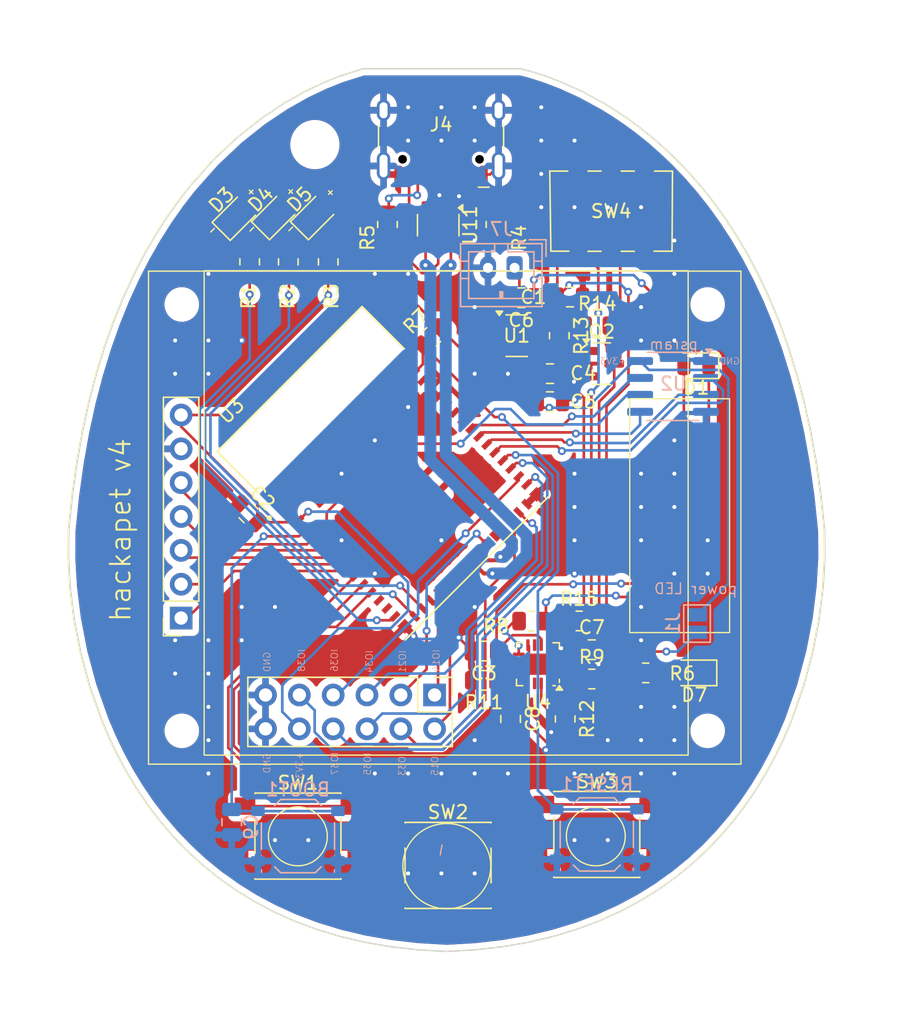
<source format=kicad_pcb>
(kicad_pcb (version 20241229) (generator "pcbnew") (generator_version "9.0")
  (layers (0 "F.Cu" signal) (2 "B.Cu" signal) (13 "F.Paste" user) (15 "B.Paste" user) (5 "F.SilkS" user "F.Silkscreen") (7 "B.SilkS" user "B.Silkscreen") (1 "F.Mask" user) (3 "B.Mask" user) (25 "Edge.Cuts" user))
  (net 0 "")
  (net 1 "Net-(J4-CC1)")
  (net 2 "Net-(J4-CC2)")
  (net 3 "+3V3")
  (net 4 "PUSH1")
  (net 5 "Net-(D3-A)")
  (net 6 "Net-(D4-A)")
  (net 7 "RST")
  (net 8 "DC")
  (net 9 "SLK")
  (net 10 "CS")
  (net 11 "DIN")
  (net 12 "IO38")
  (net 13 "IO40")
  (net 14 "IO14")
  (net 15 "IO15")
  (net 16 "IO41")
  (net 17 "IO36")
  (net 18 "IO35")
  (net 19 "IO42")
  (net 20 "IO39")
  (net 21 "IO33")
  (net 22 "IO34")
  (net 23 "IO37")
  (net 24 "IO21")
  (net 25 "LED1")
  (net 26 "LED2")
  (net 27 "PUSH2")
  (net 28 "PUSH3")
  (net 29 "D+")
  (net 30 "D-")
  (net 42 "Net-(D5-A)")
  (net 43 "LED3")
  (net 44 "GPIO1")
  (net 47 "Net-(D7-A)")
  (net 48 "Net-(U3-EN)")
  (net 49 "+BATT")
  (net 50 "+5V")
  (net 51 "GND")
  (net 52 "Net-(J1-Pin_2)")
  (net 53 "Net-(D1-K)")
  (net 54 "Net-(Q2-G)")
  (net 55 "SYSOFF")
  (net 56 "Net-(U4-~{CHG})")
  (net 57 "Net-(U4-TS)")
  (net 58 "Net-(U4-ILIM)")
  (net 59 "Net-(U4-ISET)")
  (net 61 "VBUS")
  (net 62 "Net-(SW4-A)")
  (footprint "MountingHole:MountingHole_2.1mm" (layer "F.Cu") (at 170.5 99.3)
    (property "Reference" "REF**" (hide yes))
    (property "Value" "MountingHole_2.1mm")
  )
  (footprint "Connector_USB:USB_C_Receptacle_HCTL_HC-TYPE-C-16P-01A" (layer "F.Cu") (at 189.975 53.8 180)
    (property "Reference" "J4")
    (property "Value" "USB_C_Receptacle_USB2.0_16P")
  )
  (footprint "Button_Switch_SMD:SW_Push_1P1T_NO_6x6mm_H9.5mm" (layer "F.Cu") (at 201.675 107.075 180)
    (property "Reference" "SW3")
    (property "Value" "SW_Push")
  )
  (footprint "LED_SMD:LED_0805_2012Metric" (layer "F.Cu") (at 174.65 60.625 45)
    (property "Reference" "D3")
    (property "Value" "LED")
  )
  (footprint "Resistor_SMD:R_0805_2012Metric" (layer "F.Cu") (at 200.35 91.05)
    (property "Reference" "R15")
    (property "Value" "100k")
  )
  (footprint "Capacitor_SMD:C_0805_2012Metric" (layer "F.Cu") (at 201.2975 93.21)
    (property "Reference" "C7")
    (property "Value" "4u7")
  )
  (footprint "LED_SMD:LED_0805_2012Metric" (layer "F.Cu") (at 209.15 71.9 180)
    (property "Reference" "D1")
    (property "Value" "LED")
  )
  (footprint "Capacitor_SMD:C_0805_2012Metric" (layer "F.Cu") (at 196.00625 66.79375 180)
    (property "Reference" "C6")
    (property "Value" "1uF")
  )
  (footprint "Resistor_SMD:R_0805_2012Metric" (layer "F.Cu") (at 181.5 64.1 90)
    (property "Reference" "R3")
    (property "Value" "1K")
  )
  (footprint "Package_TO_SOT_SMD:SOT-23" (layer "F.Cu") (at 202.04375 71.74375)
    (property "Reference" "Q2")
    (property "Value" "2N7002")
  )
  (footprint "Button_Switch_SMD:SW_Push_1P1T_NO_6x6mm_H9.5mm" (layer "F.Cu") (at 179.225 107.2 180)
    (property "Reference" "SW1")
    (property "Value" "SW_Push")
  )
  (footprint "Package_DFN_QFN:VQFN-16-1EP_3x3mm_P0.5mm_EP1.6x1.6mm" (layer "F.Cu") (at 197.25 94.3 180)
    (property "Reference" "U4")
    (property "Value" "BQ24075RGT")
  )
  (footprint "Connector_PinSocket_2.54mm:PinSocket_1x07_P2.54mm_Vertical" (layer "F.Cu") (at 170.45 90.835 180)
    (property "Reference" "DISPLAY_SSD1351" (hide yes))
    (property "Value" "Conn_01x07_Socket")
  )
  (footprint "Resistor_SMD:R_0805_2012Metric" (layer "F.Cu") (at 196.75 91.0625 180)
    (property "Reference" "R8")
    (property "Value" "1k5")
  )
  (footprint "Resistor_SMD:R_0805_2012Metric" (layer "F.Cu") (at 198.85625 69.64375 -90)
    (property "Reference" "R13")
    (property "Value" "100R")
  )
  (footprint "Connector_PinHeader_2.54mm:PinHeader_2x06_P2.54mm_Vertical" (layer "F.Cu") (at 189.49 96.61 -90)
    (property "Reference" "BREAKOUT_PINS1" (hide yes))
    (property "Value" "Conn_02x06_Odd_Even")
  )
  (footprint "Resistor_SMD:R_0805_2012Metric" (layer "F.Cu") (at 175.6 64.1 90)
    (property "Reference" "R1")
    (property "Value" "1K")
  )
  (footprint "MountingHole:MountingHole_3.2mm_M3" (layer "F.Cu") (at 180.5 55.3)
    (property "Reference" "REF**" (hide yes))
    (property "Value" "MountingHole_3.2mm_M3")
  )
  (footprint "Package_TO_SOT_SMD:SOT-23-3" (layer "F.Cu") (at 195.65625 69.64375)
    (property "Reference" "U1")
    (property "Value" "XC6206PxxxMR")
  )
  (footprint "Resistor_SMD:R_0805_2012Metric" (layer "F.Cu") (at 189.253911 69.720964 45)
    (property "Reference" "R7")
    (property "Value" "10k")
  )
  (footprint "Resistor_SMD:R_0805_2012Metric" (layer "F.Cu") (at 205.35 94.95)
    (property "Reference" "R6")
    (property "Value" "1K")
  )
  (footprint "Resistor_SMD:R_0805_2012Metric" (layer "F.Cu") (at 201.70625 68.89375)
    (property "Reference" "R14")
    (property "Value" "10k")
  )
  (footprint "Resistor_SMD:R_0805_2012Metric" (layer "F.Cu") (at 178.5 64.1 90)
    (property "Reference" "R2")
    (property "Value" "1K")
  )
  (footprint "LED_SMD:LED_0805_2012Metric" (layer "F.Cu") (at 209 94.95 180)
    (property "Reference" "D7")
    (property "Value" "LED")
  )
  (footprint "LED_SMD:LED_0805_2012Metric" (layer "F.Cu") (at 177.6 60.575 45)
    (property "Reference" "D4")
    (property "Value" "LED")
  )
  (footprint "Capacitor_SMD:C_0805_2012Metric" (layer "F.Cu") (at 195.1975 98.41 -90)
    (property "Reference" "C8")
    (property "Value" "4u7")
  )
  (footprint "Capacitor_SMD:C_0805_2012Metric" (layer "F.Cu") (at 199.65625 66.74375)
    (property "Reference" "C1")
    (property "Value" "10uF")
  )
  (footprint "MountingHole:MountingHole_2.1mm" (layer "F.Cu") (at 210 99.3)
    (property "Reference" "REF**" (hide yes))
    (property "Value" "MountingHole_2.1mm")
  )
  (footprint "ESP32-S2-MINI-1:XCVR_ESP32-S2-MINI-1" (layer "F.Cu") (at 187.253911 81.554416 45)
    (property "Reference" "U3")
    (property "Value" "ESP32-S2-MINI-2")
  )
  (footprint "LED_SMD:LED_0805_2012Metric" (layer "F.Cu") (at 180.525 60.575 45)
    (property "Reference" "D5")
    (property "Value" "LED")
  )
  (footprint "Button_Switch_SMD:SW_Push_1P1T_NO_6x6mm_H9.5mm" (layer "F.Cu") (at 190.5 109.4 180)
    (property "Reference" "SW2")
    (property "Value" "SW_Push")
  )
  (footprint "Resistor_SMD:R_0805_2012Metric" (layer "F.Cu") (at 193.1975 95.51 180)
    (property "Reference" "R11")
    (property "Value" "1k5")
  )
  (footprint "Resistor_SMD:R_0805_2012Metric" (layer "F.Cu") (at 194.1 61.3 -90)
    (property "Reference" "R4")
    (property "Value" "5.1k")
  )
  (footprint "Resistor_SMD:R_0805_2012Metric" (layer "F.Cu") (at 201.2975 95.41)
    (property "Reference" "R9")
    (property "Value" "10k")
  )
  (footprint "Capacitor_SMD:C_0805_2012Metric" (layer "F.Cu") (at 198.15625 72.49375)
    (property "Reference" "C4")
    (property "Value" "0.1uF")
  )
  (footprint "MountingHole:MountingHole_2.1mm" (layer "F.Cu") (at 210 67.3)
    (property "Reference" "REF**" (hide yes))
    (property "Value" "MountingHole_2.1mm")
  )
  (footprint "Button_Switch_SMD:SW_DPDT_CK_JS202011JCQN" (layer "F.Cu") (at 202.75 59.2)
    (property "Reference" "SW4")
    (property "Value" "SW_SPDT")
  )
  (footprint "MountingHole:MountingHole_2.1mm" (layer "F.Cu") (at 170.5 67.3)
    (property "Reference" "REF**" (hide yes))
    (property "Value" "MountingHole_2.1mm")
  )
  (footprint "Resistor_SMD:R_0805_2012Metric" (layer "F.Cu") (at 185.95 61.3 -90)
    (property "Reference" "R5")
    (property "Value" "5.1k")
  )
  (footprint "Capacitor_SMD:C_0805_2012Metric" (layer "F.Cu") (at 175.503911 82.970964 135)
    (property "Reference" "C2")
    (property "Value" "1uF")
  )
  (footprint "Resistor_SMD:R_0805_2012Metric" (layer "F.Cu") (at 199.2975 98.41 -90)
    (property "Reference" "R12")
    (property "Value" "3k9")
  )
  (footprint "Package_TO_SOT_SMD:SOT-23-6" (layer "F.Cu") (at 189.7625 61.35 -90)
    (property "Reference" "U11")
    (property "Value" "SRV05-4")
  )
  (footprint "Capacitor_SMD:C_0805_2012Metric" (layer "F.Cu") (at 198.15625 74.59375)
    (property "Reference" "C5")
    (property "Value" "1uF")
  )
  (footprint "Capacitor_SMD:C_0805_2012Metric" (layer "F.Cu") (at 193.1975 93.31 180)
    (property "Reference" "C3")
    (property "Value" "4u7")
  )
  (footprint "Button_Switch_SMD:SW_Push_1P1T_XKB_TS-1187A" (layer "B.Cu") (at 179.225 107.2)
    (property "Reference" "BOOT1")
    (property "Value" "SW_Push")
  )
  (footprint "Jumper:SolderJumper-2_P1.3mm_Open_Pad1.0x1.5mm" (layer "B.Cu") (at 209.2 91.25 -90)
    (property "Reference" "J1")
    (property "Value" "Conn_01x02_Socket")
  )
  (footprint "Package_SO:SOIC-8_3.9x4.9mm_P1.27mm" (layer "B.Cu") (at 207.4 73.45 180)
    (property "Reference" "U2")
    (property "Value" "ESP-PSRAM32")
  )
  (footprint "Capacitor_SMD:C_0805_2012Metric" (layer "B.Cu") (at 174.25 106.15 -90)
    (property "Reference" "C9")
    (property "Value" "1uF")
  )
  (footprint "Connector_JST:JST_PH_B2B-PH-K_1x02_P2.00mm_Vertical" (layer "B.Cu") (at 195.5 64.55 180)
    (property "Reference" "J7")
    (property "Value" "lipo")
  )
  (footprint "Button_Switch_SMD:SW_Push_1P1T_XKB_TS-1187A" (layer "B.Cu") (at 201.675 107.075)
    (property "Reference" "RESET1")
    (property "Value" "SW_Push")
  )
  (gr_line (start 178.857408 113.547898) (end 177.289068 112.838962) (stroke (width 0.1) (color 255 255 255 1)) (layer "F.SilkS"))
  (gr_line (start 162.378608 90.918201) (end 162.080471 88.531532) (stroke (width 0.1) (color 255 255 255 1)) (layer "F.SilkS"))
  (gr_line (start 210.967467 107.146161) (end 209.920292 108.238538) (stroke (width 0.1) (color 255 255 255 1)) (layer "F.SilkS"))
  (gr_line (start 190.355114 115.857199) (end 188.178151 115.731536) (stroke (width 0.1) (color 255 255 255 1)) (layer "F.SilkS"))
  (gr_line (start 204.867063 54.026222) (end 205.791745 54.766563) (stroke (width 0.1) (color 255 255 255 1)) (layer "F.SilkS"))
  (gr_line (start 166.787196 65.213094) (end 167.577218 63.674) (stroke (width 0.1) (color 255 255 255 1)) (layer "F.SilkS"))
  (gr_line (start 208.591774 57.449985) (end 209.516502 58.510276) (stroke (width 0.1) (color 255 255 255 1)) (layer "F.SilkS"))
  (gr_line (start 201.85568 113.547898) (end 200.191977 114.173499) (stroke (width 0.1) (color 255 255 255 1)) (layer "F.SilkS"))
  (gr_line (start 169.745622 107.146161) (end 168.776805 106.009305) (stroke (width 0.1) (color 255 255 255 1)) (layer "F.SilkS"))
  (gr_line (start 196.568762 115.152493) (end 194.604391 115.494783) (stroke (width 0.1) (color 255 255 255 1)) (layer "F.SilkS"))
  (gr_line (start 163.009081 76.802151) (end 163.498763 74.572819) (stroke (width 0.1) (color 255 255 255 1)) (layer "F.SilkS"))
  (gr_line (start 200.541829 51.322783) (end 202.191556 52.218526) (stroke (width 0.1) (color 255 255 255 1)) (layer "F.SilkS"))
  (gr_line (start 163.555623 95.979323) (end 162.863847 93.4156) (stroke (width 0.1) (color 255 255 255 1)) (layer "F.SilkS"))
  (gr_line (start 195.912795 49.607335) (end 196.691649 49.812151) (stroke (width 0.1) (color 255 255 255 1)) (layer "F.SilkS"))
  (gr_line (start 162.863847 93.4156) (end 162.378608 90.918201) (stroke (width 0.1) (color 255 255 255 1)) (layer "F.SilkS"))
  (gr_line (start 180.521111 114.173499) (end 178.857408 113.547898) (stroke (width 0.1) (color 255 255 255 1)) (layer "F.SilkS"))
  (gr_line (start 172.815684 56.474947) (end 174.629388 54.766573) (stroke (width 0.1) (color 255 255 255 1)) (layer "F.SilkS"))
  (gr_line (start 177.289068 112.838962) (end 175.813663 112.052242) (stroke (width 0.1) (color 255 255 255 1)) (layer "F.SilkS"))
  (gr_line (start 203.955349 53.357106) (end 204.867063 54.026222) (stroke (width 0.1) (color 255 255 255 1)) (layer "F.SilkS"))
  (gr_line (start 167.883917 104.833521) (end 167.064528 103.624359) (stroke (width 0.1) (color 255 255 255 1)) (layer "F.SilkS"))
  (gr_line (start 162.238484 81.646242) (end 162.587289 79.15879) (stroke (width 0.1) (color 255 255 255 1)) (layer "F.SilkS"))
  (gr_poly (pts (xy 179.332876 105.010165) (xy 179.445139 105.018702) (xy 179.555769 105.032759) (xy 179.664629 105.0522) (xy 179.771578 105.076883) (xy 179.876479 105.106672) (xy 179.979191 105.141426) (xy 180.079577 105.181007) (xy 180.177497 105.225275) (xy 180.272813 105.274093) (xy 180.365385 105.327321) (xy 180.455075 105.38482) (xy 180.541744 105.446452) (xy 180.625253 105.512077) (xy 180.705463 105.581556) (xy 180.782235 105.654751) (xy 180.85543 105.731523) (xy 180.924909 105.811733) (xy 180.990534 105.895242) (xy 181.052166 105.981911) (xy 181.109665 106.071601) (xy 181.162893 106.164173) (xy 181.211711 106.259489) (xy 181.255979 106.357409) (xy 181.29556 106.457795) (xy 181.330314 106.560508) (xy 181.360103 106.665408) (xy 181.384786 106.772357) (xy 181.404227 106.881217) (xy 181.418284 106.991847) (xy 181.426821 107.10411) (xy 181.429697 107.217866) (xy 181.426821 107.331622) (xy 181.418284 107.443885) (xy 181.404227 107.554516) (xy 181.384786 107.663375) (xy 181.360103 107.770324) (xy 181.330314 107.875225) (xy 181.29556 107.977937) (xy 181.255979 108.078323) (xy 181.211711 108.176243) (xy 181.162893 108.271559) (xy 181.109665 108.364131) (xy 181.052166 108.453821) (xy 180.990534 108.54049) (xy 180.924909 108.623999) (xy 180.85543 108.704209) (xy 180.782235 108.780981) (xy 180.705463 108.854176) (xy 180.625253 108.923655) (xy 180.541744 108.98928) (xy 180.455075 109.050912) (xy 180.365385 109.108411) (xy 180.272813 109.161639) (xy 180.177497 109.210457) (xy 180.079577 109.254726) (xy 179.979191 109.294306) (xy 179.876479 109.32906) (xy 179.771578 109.358849) (xy 179.664629 109.383532) (xy 179.555769 109.402973) (xy 179.445139 109.417031) (xy 179.332876 109.425567) (xy 179.21912 109.428443) (xy 179.105364 109.425567) (xy 178.993101 109.417031) (xy 178.882471 109.402973) (xy 178.773611 109.383532) (xy 178.666662 109.358849) (xy 178.561761 109.32906) (xy 178.459049 109.294306) (xy 178.358663 109.254726) (xy 178.260743 109.210457) (xy 178.165427 109.161639) (xy 178.072855 109.108411) (xy 177.983165 109.050912) (xy 177.896496 108.98928) (xy 177.812987 108.923655) (xy 177.732777 108.854176) (xy 177.656005 108.780981) (xy 177.58281 108.704209) (xy 177.513331 108.623999) (xy 177.447706 108.54049) (xy 177.386074 108.453821) (xy 177.328575 108.364131) (xy 177.275347 108.271559) (xy 177.226529 108.176243) (xy 177.182261 108.078323) (xy 177.14268 107.977937) (xy 177.107926 107.875225) (xy 177.078137 107.770324) (xy 177.053454 107.663375) (xy 177.034013 107.554516) (xy 177.019956 107.443885) (xy 177.011419 107.331622) (xy 177.008543 107.217866) (xy 177.011419 107.10411) (xy 177.019956 106.991847) (xy 177.034013 106.881217) (xy 177.053454 106.772357) (xy 177.078137 106.665408) (xy 177.107926 106.560508) (xy 177.14268 106.457795) (xy 177.182261 106.357409) (xy 177.226529 106.259489) (xy 177.275347 106.164173) (xy 177.328575 106.071601) (xy 177.386074 105.981911) (xy 177.447706 105.895242) (xy 177.513331 105.811733) (xy 177.58281 105.731523) (xy 177.656005 105.654751) (xy 177.732777 105.581556) (xy 177.812987 105.512077) (xy 177.896496 105.446452) (xy 177.983165 105.38482) (xy 178.072855 105.327321) (xy 178.165427 105.274093) (xy 178.260743 105.225275) (xy 178.358663 105.181007) (xy 178.459049 105.141426) (xy 178.561761 105.106672) (xy 178.666662 105.076883) (xy 178.773611 105.0522) (xy 178.882471 105.032759) (xy 178.993101 105.018702) (xy 179.105364 105.010165) (xy 179.21912 105.007289)) (stroke (width 0.1) (color 255 255 255 1)) (fill no) (layer "F.SilkS"))
  (gr_line (start 168 64.8) (end 212.5 64.8) (stroke (width 0.1)) (layer "F.SilkS"))
  (gr_line (start 162.080471 88.531532) (end 161.95 86.3) (stroke (width 0.1) (color 255 255 255 1)) (layer "F.SilkS"))
  (gr_poly (pts (xy 190.578814 106.260485) (xy 190.746753 106.272859) (xy 190.912228 106.293236) (xy 191.075034 106.321413) (xy 191.234963 106.357187) (xy 191.39181 106.400357) (xy 191.545368 106.450719) (xy 191.695431 106.508073) (xy 191.841792 106.572215) (xy 191.984246 106.642943) (xy 192.122586 106.720055) (xy 192.256605 106.803348) (xy 192.386098 106.89262) (xy 192.510858 106.98767) (xy 192.630679 107.088293) (xy 192.745354 107.19429) (xy 192.854678 107.305456) (xy 192.958444 107.421589) (xy 193.056445 107.542488) (xy 193.148476 107.66795) (xy 193.234329 107.797772) (xy 193.3138 107.931753) (xy 193.386681 108.06969) (xy 193.452766 108.211381) (xy 193.511849 108.356623) (xy 193.563723 108.505214) (xy 193.608183 108.656952) (xy 193.645022 108.811635) (xy 193.674034 108.969059) (xy 193.695012 109.129024) (xy 193.70775 109.291326) (xy 193.712041 109.455763) (xy 193.70775 109.6202) (xy 193.695012 109.782503) (xy 193.674034 109.942468) (xy 193.645022 110.099893) (xy 193.608183 110.254575) (xy 193.563723 110.406314) (xy 193.511849 110.554905) (xy 193.452766 110.700147) (xy 193.386681 110.841838) (xy 193.3138 110.979775) (xy 193.234329 111.113756) (xy 193.148476 111.243579) (xy 193.056445 111.369041) (xy 192.958444 111.48994) (xy 192.854678 111.606074) (xy 192.745354 111.71724) (xy 192.630679 111.823236) (xy 192.510858 111.92386) (xy 192.386098 112.01891) (xy 192.256605 112.108182) (xy 192.122586 112.191475) (xy 191.984246 112.268587) (xy 191.841792 112.339315) (xy 191.695431 112.403457) (xy 191.545368 112.460811) (xy 191.39181 112.511174) (xy 191.234963 112.554343) (xy 191.075034 112.590118) (xy 190.912228 112.618294) (xy 190.746753 112.638671) (xy 190.578814 112.651045) (xy 190.408617 112.655215) (xy 190.238406 112.651045) (xy 190.070453 112.638671) (xy 189.904964 112.618294) (xy 189.742147 112.590118) (xy 189.582206 112.554343) (xy 189.425349 112.511174) (xy 189.271781 112.460811) (xy 189.121709 112.403457) (xy 188.975339 112.339315) (xy 188.832878 112.268587) (xy 188.694531 112.191475) (xy 188.560505 112.108182) (xy 188.431006 112.01891) (xy 188.306241 111.92386) (xy 188.186416 111.823236) (xy 188.071736 111.71724) (xy 187.962409 111.606074) (xy 187.85864 111.48994) (xy 187.760636 111.369041) (xy 187.668603 111.243579) (xy 187.582747 111.113756) (xy 187.503275 110.979775) (xy 187.430393 110.841838) (xy 187.364307 110.700147) (xy 187.305223 110.554905) (xy 187.253348 110.406314) (xy 187.208887 110.254575) (xy 187.172048 110.099893) (xy 187.143037 109.942468) (xy 187.122058 109.782503) (xy 187.10932 109.6202) (xy 187.105029 109.455763) (xy 187.10932 109.291326) (xy 187.122058 109.129024) (xy 187.143037 108.969059) (xy 187.172048 108.811635) (xy 187.208887 108.656952) (xy 187.253348 108.505214) (xy 187.305223 108.356623) (xy 187.364307 108.211381) (xy 187.430393 108.06969) (xy 187.503275 107.931753) (xy 187.582747 107.797772) (xy 187.668603 107.66795) (xy 187.760636 107.542488) (xy 187.85864 107.421589) (xy 187.962409 107.305456) (xy 188.071736 107.19429) (xy 188.186416 107.088293) (xy 188.306241 106.98767) (xy 188.431006 106.89262) (xy 188.560505 106.803348) (xy 188.694531 106.720055) (xy 188.832878 106.642943) (xy 188.975339 106.572215) (xy 189.121709 106.508073) (xy 189.271781 106.450719) (xy 189.425349 106.400357) (xy 189.582206 106.357187) (xy 189.742147 106.321413) (xy 189.904964 106.293236) (xy 190.070453 106.272859) (xy 190.238406 106.260485) (xy 190.408617 106.256315)) (stroke (width 0.1) (color 255 255 255 1)) (fill no) (layer "F.SilkS"))
  (gr_line (start 215.336905 68.613616) (end 216.012957 70.482057) (stroke (width 0.1) (color 255 255 255 1)) (layer "F.SilkS"))
  (gr_line (start 168 101.8) (end 168 64.8) (stroke (width 0.1)) (layer "F.SilkS"))
  (gr_line (start 164.051241 72.46729) (end 164.661419 70.482058) (stroke (width 0.1) (color 255 255 255 1)) (layer "F.SilkS"))
  (gr_poly (pts (xy 208.533418 101.121708) (xy 172.179671 101.121708) (xy 172.179671 64.76796) (xy 208.533418 64.76796)) (stroke (width 0.1) (color 255 255 255 1)) (fill no) (layer "F.SilkS"))
  (gr_line (start 174.629388 54.766573) (end 176.408927 53.357117) (stroke (width 0.1) (color 255 255 255 1)) (layer "F.SilkS"))
  (gr_line (start 173.131938 110.267653) (end 171.920759 109.280886) (stroke (width 0.1) (color 255 255 255 1)) (layer "F.SilkS"))
  (gr_line (start 218.334487 90.918201) (end 217.849247 93.4156) (stroke (width 0.1) (color 255 255 255 1)) (layer "F.SilkS"))
  (gr_line (start 165.324201 68.613618) (end 166.034492 66.858466) (stroke (width 0.1) (color 255 255 255 1)) (layer "F.SilkS"))
  (gr_line (start 205.791745 54.766563) (end 206.724212 55.581634) (stroke (width 0.1) (color 255 255 255 1)) (layer "F.SilkS"))
  (gr_line (start 210.428285 59.659317) (end 211.32194 60.900614) (stroke (width 0.1) (color 255 255 255 1)) (layer "F.SilkS"))
  (gr_line (start 170.120239 59.659323) (end 171.008578 58.510282) (stroke (width 0.1) (color 255 255 255 1)) (layer "F.SilkS"))
  (gr_line (start 202.191556 52.218526) (end 203.061786 52.755709) (stroke (width 0.1) (color 255 255 255 1)) (layer "F.SilkS"))
  (gr_line (start 214.611629 66.858463) (end 215.336905 68.613616) (stroke (width 0.1) (color 255 255 255 1)) (layer "F.SilkS"))
  (gr_line (start 209.516502 58.510276) (end 210.428285 59.659317) (stroke (width 0.1) (color 255 255 255 1)) (layer "F.SilkS"))
  (gr_line (start 196.691649 49.812151) (end 197.750414 50.147636) (stroke (width 0.1) (color 255 255 255 1)) (layer "F.SilkS"))
  (gr_line (start 168.399463 62.237676) (end 169.248835 60.900619) (stroke (width 0.1) (color 255 255 255 1)) (layer "F.SilkS"))
  (gr_line (start 217.15747 95.979323) (end 216.23972 98.564961) (stroke (width 0.1) (color 255 255 255 1)) (layer "F.SilkS"))
  (gr_line (start 212.5 101.8) (end 168 101.8) (stroke (width 0.1)) (layer "F.SilkS"))
  (gr_line (start 161.96776 84.268013) (end 162.238484 81.646242) (stroke (width 0.1) (color 255 255 255 1)) (layer "F.SilkS"))
  (gr_line (start 171.920759 109.280886) (end 170.792797 108.238538) (stroke (width 0.1) (color 255 255 255 1)) (layer "F.SilkS"))
  (gr_line (start 163.498763 74.572819) (end 164.051241 72.46729) (stroke (width 0.1) (color 255 255 255 1)) (layer "F.SilkS"))
  (gr_line (start 203.061786 52.755709) (end 203.955349 53.357106) (stroke (width 0.1) (color 255 255 255 1)) (layer "F.SilkS"))
  (gr_line (start 215.690032 99.852122) (end 215.076563 101.128109) (stroke (width 0.1) (color 255 255 255 1)) (layer "F.SilkS"))
  (gr_line (start 206.284326 111.193289) (end 204.899425 112.052242) (stroke (width 0.1) (color 255 255 255 1)) (layer "F.SilkS"))
  (gr_line (start 217.849247 93.4156) (end 217.15747 95.979323) (stroke (width 0.1) (color 255 255 255 1)) (layer "F.SilkS"))
  (gr_line (start 216.23972 98.564961) (end 215.690032 99.852122) (stroke (width 0.1) (color 255 255 255 1)) (layer "F.SilkS"))
  (gr_rect (start 204.15 74.375) (end 211.65 91.925) (stroke (width 0.1)) (fill no) (layer "F.SilkS"))
  (gr_line (start 199.047627 50.641833) (end 200.541829 51.322783) (stroke (width 0.1) (color 255 255 255 1)) (layer "F.SilkS"))
  (gr_line (start 218.745338 84.268013) (end 218.763097 86.3) (stroke (width 0.1) (color 255 255 255 1)) (layer "F.SilkS"))
  (gr_line (start 217.196659 74.572818) (end 217.693943 76.80215) (stroke (width 0.1) (color 255 255 255 1)) (layer "F.SilkS"))
  (gr_line (start 175.813663 112.052242) (end 174.428763 111.193289) (stroke (width 0.1) (color 255 255 255 1)) (layer "F.SilkS"))
  (gr_line (start 217.693943 76.80215) (end 218.121273 79.15879) (stroke (width 0.1) (color 255 255 255 1)) (layer "F.SilkS"))
  (gr_line (start 211.32194 60.900614) (end 212.192285 62.237672) (stroke (width 0.1) (color 255 255 255 1)) (layer "F.SilkS"))
  (gr_line (start 184.085921 49.607351) (end 195.912795 49.607335) (stroke (width 0.1) (color 255 255 255 1)) (layer "F.SilkS"))
  (gr_line (start 213.648563 103.624359) (end 212.829173 104.833521) (stroke (width 0.1) (color 255 255 255 1)) (layer "F.SilkS"))
  (gr_line (start 204.899425 112.052242) (end 203.42402 112.838962) (stroke (width 0.1) (color 255 255 255 1)) (layer "F.SilkS"))
  (gr_line (start 168.776805 106.009305) (end 167.883917 104.833521) (stroke (width 0.1) (color 255 255 255 1)) (layer "F.SilkS"))
  (gr_line (start 188.178151 115.731536) (end 186.108698 115.494783) (stroke (width 0.1) (color 255 255 255 1)) (layer "F.SilkS"))
  (gr_line (start 213.842312 65.213091) (end 214.611629 66.858463) (stroke (width 0.1) (color 255 255 255 1)) (layer "F.SilkS"))
  (gr_line (start 198.430481 114.710214) (end 196.568762 115.152493) (stroke (width 0.1) (color 255 255 255 1)) (layer "F.SilkS"))
  (gr_line (start 218.632625 88.531532) (end 218.334487 90.918201) (stroke (width 0.1) (color 255 255 255 1)) (layer "F.SilkS"))
  (gr_line (start 171.008578 58.510282) (end 172.815684 56.474947) (stroke (width 0.1) (color 255 255 255 1)) (layer "F.SilkS"))
  (gr_line (start 167.577218 63.674) (end 168.399463 62.237676) (stroke (width 0.1) (color 255 255 255 1)) (layer "F.SilkS"))
  (gr_line (start 179.702454 51.322796) (end 181.134915 50.641848) (stroke (width 0.1) (color 255 255 255 1)) (layer "F.SilkS"))
  (gr_line (start 212.5 64.8) (end 212.5 101.8) (stroke (width 0.1)) (layer "F.SilkS"))
  (gr_line (start 165.023059 99.852122) (end 164.473372 98.564961) (stroke (width 0.1) (color 255 255 255 1)) (layer "F.SilkS"))
  (gr_line (start 169.248835 60.900619) (end 170.120239 59.659323) (stroke (width 0.1) (color 255 255 255 1)) (layer "F.SilkS"))
  (gr_line (start 203.42402 112.838962) (end 201.85568 113.547898) (stroke (width 0.1) (color 255 255 255 1)) (layer "F.SilkS"))
  (gr_line (start 165.636528 101.128109) (end 165.023059 99.852122) (stroke (width 0.1) (color 255 255 255 1)) (layer "F.SilkS"))
  (gr_line (start 181.134915 50.641848) (end 182.370156 50.147652) (stroke (width 0.1) (color 255 255 255 1)) (layer "F.SilkS"))
  (gr_line (start 194.604391 115.494783) (end 192.534938 115.731536) (stroke (width 0.1) (color 255 255 255 1)) (layer "F.SilkS"))
  (gr_line (start 192.534938 115.731536) (end 190.357975 115.857199) (stroke (width 0.1) (color 255 255 255 1)) (layer "F.SilkS"))
  (gr_line (start 206.724212 55.581634) (end 207.659283 56.474939) (stroke (width 0.1) (color 255 255 255 1)) (layer "F.SilkS"))
  (gr_line (start 162.587289 79.15879) (end 163.009081 76.802151) (stroke (width 0.1) (color 255 255 255 1)) (layer "F.SilkS"))
  (gr_line (start 207.659283 56.474939) (end 208.591774 57.449985) (stroke (width 0.1) (color 255 255 255 1)) (layer "F.SilkS"))
  (gr_line (start 166.316208 102.387372) (end 165.636528 101.128109) (stroke (width 0.1) (color 255 255 255 1)) (layer "F.SilkS"))
  (gr_line (start 218.121273 79.15879) (end 218.473465 81.646242) (stroke (width 0.1) (color 255 255 255 1)) (layer "F.SilkS"))
  (gr_line (start 170.792797 108.238538) (end 169.745622 107.146161) (stroke (width 0.1) (color 255 255 255 1)) (layer "F.SilkS"))
  (gr_line (start 166.034492 66.858466) (end 166.787196 65.213094) (stroke (width 0.1) (color 255 255 255 1)) (layer "F.SilkS"))
  (gr_line (start 208.79233 109.280886) (end 207.581151 110.267653) (stroke (width 0.1) (color 255 255 255 1)) (layer "F.SilkS"))
  (gr_line (start 212.192285 62.237672) (end 213.034136 63.673996) (stroke (width 0.1) (color 255 255 255 1)) (layer "F.SilkS"))
  (gr_line (start 174.428763 111.193289) (end 173.131938 110.267653) (stroke (width 0.1) (color 255 255 255 1)) (layer "F.SilkS"))
  (gr_line (start 214.396883 102.387372) (end 213.648563 103.624359) (stroke (width 0.1) (color 255 255 255 1)) (layer "F.SilkS"))
  (gr_line (start 216.634602 72.467289) (end 217.196659 74.572818) (stroke (width 0.1) (color 255 255 255 1)) (layer "F.SilkS"))
  (gr_line (start 200.191977 114.173499) (end 198.430481 114.710214) (stroke (width 0.1) (color 255 255 255 1)) (layer "F.SilkS"))
  (gr_line (start 197.750414 50.147636) (end 199.047627 50.641833) (stroke (width 0.1) (color 255 255 255 1)) (layer "F.SilkS"))
  (gr_line (start 176.408927 53.357117) (end 178.113537 52.218539) (stroke (width 0.1) (color 255 255 255 1)) (layer "F.SilkS"))
  (gr_line (start 164.661419 70.482058) (end 165.324201 68.613618) (stroke (width 0.1) (color 255 255 255 1)) (layer "F.SilkS"))
  (gr_line (start 218.763097 86.3) (end 218.632625 88.531532) (stroke (width 0.1) (color 255 255 255 1)) (layer "F.SilkS"))
  (gr_line (start 215.076563 101.128109) (end 214.396883 102.387372) (stroke (width 0.1) (color 255 255 255 1)) (layer "F.SilkS"))
  (gr_line (start 186.108698 115.494783) (end 184.144327 115.152493) (stroke (width 0.1) (color 255 255 255 1)) (layer "F.SilkS"))
  (gr_line (start 182.282608 114.710214) (end 180.521111 114.173499) (stroke (width 0.1) (color 255 255 255 1)) (layer "F.SilkS"))
  (gr_line (start 178.113537 52.218539) (end 179.702454 51.322796) (stroke (width 0.1) (color 255 255 255 1)) (layer "F.SilkS"))
  (gr_line (start 216.012957 70.482057) (end 216.634602 72.467289) (stroke (width 0.1) (color 255 255 255 1)) (layer "F.SilkS"))
  (gr_line (start 218.473465 81.646242) (end 218.745338 84.268013) (stroke (width 0.1) (color 255 255 255 1)) (layer "F.SilkS"))
  (gr_line (start 209.920292 108.238538) (end 208.79233 109.280886) (stroke (width 0.1) (color 255 255 255 1)) (layer "F.SilkS"))
  (gr_line (start 184.144327 115.152493) (end 182.282608 114.710214) (stroke (width 0.1) (color 255 255 255 1)) (layer "F.SilkS"))
  (gr_line (start 207.581151 110.267653) (end 206.284326 111.193289) (stroke (width 0.1) (color 255 255 255 1)) (layer "F.SilkS"))
  (gr_poly (pts (xy 201.711862 105.010165) (xy 201.824125 105.018702) (xy 201.934755 105.032759) (xy 202.043614 105.0522) (xy 202.150564 105.076883) (xy 202.255464 105.106672) (xy 202.358177 105.141426) (xy 202.458563 105.181007) (xy 202.556483 105.225275) (xy 202.651799 105.274093) (xy 202.744371 105.327321) (xy 202.834061 105.38482) (xy 202.92073 105.446452) (xy 203.004239 105.512077) (xy 203.084448 105.581556) (xy 203.16122 105.654751) (xy 203.234416 105.731523) (xy 203.303895 105.811733) (xy 203.36952 105.895242) (xy 203.431151 105.981911) (xy 203.488651 106.071601) (xy 203.541879 106.164173) (xy 203.590696 106.259489) (xy 203.634965 106.357409) (xy 203.674546 106.457795) (xy 203.7093 106.560508) (xy 203.739088 106.665408) (xy 203.763772 106.772357) (xy 203.783212 106.881217) (xy 203.79727 106.991847) (xy 203.805807 107.10411) (xy 203.808683 107.217866) (xy 203.805807 107.331622) (xy 203.79727 107.443885) (xy 203.783212 107.554516) (xy 203.763772 107.663375) (xy 203.739088 107.770324) (xy 203.7093 107.875225) (xy 203.674546 107.977937) (xy 203.634965 108.078323) (xy 203.590696 108.176243) (xy 203.541879 108.271559) (xy 203.488651 108.364131) (xy 203.431151 108.453821) (xy 203.36952 108.54049) (xy 203.303895 108.623999) (xy 203.234416 108.704209) (xy 203.16122 108.780981) (xy 203.084448 108.854176) (xy 203.004239 108.923655) (xy 202.92073 108.98928) (xy 202.834061 109.050912) (xy 202.744371 109.108411) (xy 202.651799 109.161639) (xy 202.556483 109.210457) (xy 202.458563 109.254726) (xy 202.358177 109.294306) (xy 202.255464 109.32906) (xy 202.150564 109.358849) (xy 202.043614 109.383532) (xy 201.934755 109.402973) (xy 201.824125 109.417031) (xy 201.711862 109.425567) (xy 201.598106 109.428443) (xy 201.484349 109.425567) (xy 201.372087 109.417031) (xy 201.261456 109.402973) (xy 201.152597 109.383532) (xy 201.045647 109.358849) (xy 200.940747 109.32906) (xy 200.838034 109.294306) (xy 200.737649 109.254726) (xy 200.639728 109.210457) (xy 200.544413 109.161639) (xy 200.45184 109.108411) (xy 200.36215 109.050912) (xy 200.275481 108.98928) (xy 200.191973 108.923655) (xy 200.111763 108.854176) (xy 200.034991 108.780981) (xy 199.961796 108.704209) (xy 199.892316 108.623999) (xy 199.826691 108.54049) (xy 199.76506 108.453821) (xy 199.707561 108.364131) (xy 199.654333 108.271559) (xy 199.605515 108.176243) (xy 199.561246 108.078323) (xy 199.521665 107.977937) (xy 199.486911 107.875225) (xy 199.457123 107.770324) (xy 199.432439 107.663375) (xy 199.412999 107.554516) (xy 199.398941 107.443885) (xy 199.390405 107.331622) (xy 199.387528 107.217866) (xy 199.390405 107.10411) (xy 199.398941 106.991847) (xy 199.412999 106.881217) (xy 199.432439 106.772357) (xy 199.457123 106.665408) (xy 199.486911 106.560508) (xy 199.521665 106.457795) (xy 199.561246 106.357409) (xy 199.605515 106.259489) (xy 199.654333 106.164173) (xy 199.707561 106.071601) (xy 199.76506 105.981911) (xy 199.826691 105.895242) (xy 199.892316 105.811733) (xy 199.961796 105.731523) (xy 200.034991 105.654751) (xy 200.111763 105.581556) (xy 200.191973 105.512077) (xy 200.275481 105.446452) (xy 200.36215 105.38482) (xy 200.45184 105.327321) (xy 200.544413 105.274093) (xy 200.639728 105.225275) (xy 200.737649 105.181007) (xy 200.838034 105.141426) (xy 200.940747 105.106672) (xy 201.045647 105.076883) (xy 201.152597 105.0522) (xy 201.261456 105.032759) (xy 201.372087 105.018702) (xy 201.484349 105.010165) (xy 201.598106 105.007289)) (stroke (width 0.1) (color 255 255 255 1)) (fill no) (layer "F.SilkS"))
  (gr_line (start 161.95 86.3) (end 161.96776 84.268013) (stroke (width 0.1) (color 255 255 255 1)) (layer "F.SilkS"))
  (gr_line (start 211.936284 106.009305) (end 210.967467 107.146161) (stroke (width 0.1) (color 255 255 255 1)) (layer "F.SilkS"))
  (gr_line (start 212.829173 104.833521) (end 211.936284 106.009305) (stroke (width 0.1) (color 255 255 255 1)) (layer "F.SilkS"))
  (gr_line (start 164.473372 98.564961) (end 163.555623 95.979323) (stroke (width 0.1) (color 255 255 255 1)) (layer "F.SilkS"))
  (gr_line (start 213.034136 63.673996) (end 213.842312 65.213091) (stroke (width 0.1) (color 255 255 255 1)) (layer "F.SilkS"))
  (gr_line (start 190.357975 115.857199) (end 190.355114 115.857199) (stroke (width 0.1)) (layer "F.SilkS"))
  (gr_line (start 167.064528 103.624359) (end 166.316208 102.387372) (stroke (width 0.1) (color 255 255 255 1)) (layer "F.SilkS"))
  (gr_line (start 182.370156 50.147652) (end 184.085921 49.607351) (stroke (width 0.1) (color 255 255 255 1)) (layer "F.SilkS"))
  (gr_line (start 174.478763 111.193289) (end 173.181938 110.267653) (stroke (width 0.1) (color 255 255 255 1)) (layer "Edge.Cuts"))
  (gr_line (start 190.407975 115.857199) (end 190.405114 115.857199) (stroke (width 0.1)) (layer "Edge.Cuts"))
  (gr_line (start 212.879173 104.833521) (end 211.986284 106.009305) (stroke (width 0.1) (color 255 255 255 1)) (layer "Edge.Cuts"))
  (gr_line (start 211.986284 106.009305) (end 211.017467 107.146161) (stroke (width 0.1) (color 255 255 255 1)) (layer "Edge.Cuts"))
  (gr_line (start 182.420156 50.147652) (end 184.135921 49.607351) (stroke (width 0.1) (color 255 255 255 1)) (layer "Edge.Cuts"))
  (gr_line (start 216.684602 72.467289) (end 217.246659 74.572818) (stroke (width 0.1) (color 255 255 255 1)) (layer "Edge.Cuts"))
  (gr_line (start 213.084136 63.673996) (end 213.892312 65.213091) (stroke (width 0.1) (color 255 255 255 1)) (layer "Edge.Cuts"))
  (gr_line (start 218.171273 79.15879) (end 218.523465 81.646242) (stroke (width 0.1) (color 255 255 255 1)) (layer "Edge.Cuts"))
  (gr_line (start 182.332608 114.710214) (end 180.571111 114.173499) (stroke (width 0.1) (color 255 255 255 1)) (layer "Edge.Cuts"))
  (gr_line (start 163.059081 76.802151) (end 163.548763 74.572819) (stroke (width 0.1) (color 255 255 255 1)) (layer "Edge.Cuts"))
  (gr_line (start 196.741649 49.812151) (end 197.800414 50.147636) (stroke (width 0.1) (color 255 255 255 1)) (layer "Edge.Cuts"))
  (gr_line (start 207.709283 56.474939) (end 208.641774 57.449985) (stroke (width 0.1) (color 255 255 255 1)) (layer "Edge.Cuts"))
  (gr_line (start 167.933917 104.833521) (end 167.114528 103.624359) (stroke (width 0.1) (color 255 255 255 1)) (layer "Edge.Cuts"))
  (gr_line (start 194.654391 115.494783) (end 192.584938 115.731536) (stroke (width 0.1) (color 255 255 255 1)) (layer "Edge.Cuts"))
  (gr_line (start 175.863663 112.052242) (end 174.478763 111.193289) (stroke (width 0.1) (color 255 255 255 1)) (layer "Edge.Cuts"))
  (gr_line (start 198.480481 114.710214) (end 196.618762 115.152493) (stroke (width 0.1) (color 255 255 255 1)) (layer "Edge.Cuts"))
  (gr_line (start 166.837196 65.213094) (end 167.627218 63.674) (stroke (width 0.1) (color 255 255 255 1)) (layer "Edge.Cuts"))
  (gr_line (start 201.90568 113.547898) (end 200.241977 114.173499) (stroke (width 0.1) (color 255 255 255 1)) (layer "Edge.Cuts"))
  (gr_line (start 179.752454 51.322796) (end 181.184915 50.641848) (stroke (width 0.1) (color 255 255 255 1)) (layer "Edge.Cuts"))
  (gr_line (start 184.135921 49.607351) (end 195.962795 49.607335) (stroke (width 0.1) (color 255 255 255 1)) (layer "Edge.Cuts"))
  (gr_line (start 176.458927 53.357117) (end 178.163537 52.218539) (stroke (width 0.1) (color 255 255 255 1)) (layer "Edge.Cuts"))
  (gr_line (start 162.288484 81.646242) (end 162.637289 79.15879) (stroke (width 0.1) (color 255 255 255 1)) (layer "Edge.Cuts"))
  (gr_line (start 214.446883 102.387372) (end 213.698563 103.624359) (stroke (width 0.1) (color 255 255 255 1)) (layer "Edge.Cuts"))
  (gr_line (start 192.584938 115.731536) (end 190.407975 115.857199) (stroke (width 0.1) (color 255 255 255 1)) (layer "Edge.Cuts"))
  (gr_line (start 217.899247 93.4156) (end 217.20747 95.979323) (stroke (width 0.1) (color 255 255 255 1)) (layer "Edge.Cuts"))
  (gr_line (start 212.242285 62.237672) (end 213.084136 63.673996) (stroke (width 0.1) (color 255 255 255 1)) (layer "Edge.Cuts"))
  (gr_line (start 180.571111 114.173499) (end 178.907408 113.547898) (stroke (width 0.1) (color 255 255 255 1)) (layer "Edge.Cuts"))
  (gr_line (start 217.246659 74.572818) (end 217.743943 76.80215) (stroke (width 0.1) (color 255 255 255 1)) (layer "Edge.Cuts"))
  (gr_line (start 169.795622 107.146161) (end 168.826805 106.009305) (stroke (width 0.1) (color 255 255 255 1)) (layer "Edge.Cuts"))
  (gr_line (start 217.20747 95.979323) (end 216.28972 98.564961) (stroke (width 0.1) (color 255 255 255 1)) (layer "Edge.Cuts"))
  (gr_line (start 200.241977 114.173499) (end 198.480481 114.710214) (stroke (width 0.1) (color 255 255 255 1)) (layer "Edge.Cuts"))
  (gr_line (start 169.298835 60.900619) (end 170.170239 59.659323) (stroke (width 0.1) (color 255 255 255 1)) (layer "Edge.Cuts"))
  (gr_line (start 204.005349 53.357106) (end 204.917063 54.026222) (stroke (width 0.1) (color 255 255 255 1)) (layer "Edge.Cuts"))
  (gr_line (start 165.374201 68.613618) (end 166.084492 66.858466) (stroke (width 0.1) (color 255 255 255 1)) (layer "Edge.Cuts"))
  (gr_line (start 215.386905 68.613616) (end 216.062957 70.482057) (stroke (width 0.1) (color 255 255 255 1)) (layer "Edge.Cuts"))
  (gr_line (start 178.907408 113.547898) (end 177.339068 112.838962) (stroke (width 0.1) (color 255 255 255 1)) (layer "Edge.Cuts"))
  (gr_line (start 163.548763 74.572819) (end 164.101241 72.46729) (stroke (width 0.1) (color 255 255 255 1)) (layer "Edge.Cuts"))
  (gr_line (start 218.523465 81.646242) (end 218.795338 84.268013) (stroke (width 0.1) (color 255 255 255 1)) (layer "Edge.Cuts"))
  (gr_line (start 214.661629 66.858463) (end 215.386905 68.613616) (stroke (width 0.1) (color 255 255 255 1)) (layer "Edge.Cuts"))
  (gr_line (start 218.813097 86.3) (end 218.682625 88.531532) (stroke (width 0.1) (color 255 255 255 1)) (layer "Edge.Cuts"))
  (gr_line (start 197.800414 50.147636) (end 199.097627 50.641833) (stroke (width 0.1) (color 255 255 255 1)) (layer "Edge.Cuts"))
  (gr_line (start 208.641774 57.449985) (end 209.566502 58.510276) (stroke (width 0.1) (color 255 255 255 1)) (layer "Edge.Cuts"))
  (gr_line (start 184.194327 115.152493) (end 182.332608 114.710214) (stroke (width 0.1) (color 255 255 255 1)) (layer "Edge.Cuts"))
  (gr_line (start 177.339068 112.838962) (end 175.863663 112.052242) (stroke (width 0.1) (color 255 255 255 1)) (layer "Edge.Cuts"))
  (gr_line (start 203.111786 52.755709) (end 204.005349 53.357106) (stroke (width 0.1) (color 255 255 255 1)) (layer "Edge.Cuts"))
  (gr_line (start 218.682625 88.531532) (end 218.384487 90.918201) (stroke (width 0.1) (color 255 255 255 1)) (layer "Edge.Cuts"))
  (gr_line (start 213.698563 103.624359) (end 212.879173 104.833521) (stroke (width 0.1) (color 255 255 255 1)) (layer "Edge.Cuts"))
  (gr_line (start 170.170239 59.659323) (end 171.058578 58.510282) (stroke (width 0.1) (color 255 255 255 1)) (layer "Edge.Cuts"))
  (gr_line (start 171.970759 109.280886) (end 170.842797 108.238538) (stroke (width 0.1) (color 255 255 255 1)) (layer "Edge.Cuts"))
  (gr_line (start 167.627218 63.674) (end 168.449463 62.237676) (stroke (width 0.1) (color 255 255 255 1)) (layer "Edge.Cuts"))
  (gr_line (start 195.962795 49.607335) (end 196.741649 49.812151) (stroke (width 0.1) (color 255 255 255 1)) (layer "Edge.Cuts"))
  (gr_line (start 205.841745 54.766563) (end 206.774212 55.581634) (stroke (width 0.1) (color 255 255 255 1)) (layer "Edge.Cuts"))
  (gr_line (start 165.073059 99.852122) (end 164.523372 98.564961) (stroke (width 0.1) (color 255 255 255 1)) (layer "Edge.Cuts"))
  (gr_line (start 206.774212 55.581634) (end 207.709283 56.474939) (stroke (width 0.1) (color 255 255 255 1)) (layer "Edge.Cuts"))
  (gr_line (start 166.084492 66.858466) (end 166.837196 65.213094) (stroke (width 0.1) (color 255 255 255 1)) (layer "Edge.Cuts"))
  (gr_line (start 216.062957 70.482057) (end 216.684602 72.467289) (stroke (width 0.1) (color 255 255 255 1)) (layer "Edge.Cuts"))
  (gr_line (start 215.740032 99.852122) (end 215.126563 101.128109) (stroke (width 0.1) (color 255 255 255 1)) (layer "Edge.Cuts"))
  (gr_line (start 168.826805 106.009305) (end 167.933917 104.833521) (stroke (width 0.1) (color 255 255 255 1)) (layer "Edge.Cuts"))
  (gr_line (start 166.366208 102.387372) (end 165.686528 101.128109) (stroke (width 0.1) (color 255 255 255 1)) (layer "Edge.Cuts"))
  (gr_line (start 162.637289 79.15879) (end 163.059081 76.802151) (stroke (width 0.1) (color 255 255 255 1)) (layer "Edge.Cuts"))
  (gr_line (start 200.591829 51.322783) (end 202.241556 52.218526) (stroke (width 0.1) (color 255 255 255 1)) (layer "Edge.Cuts"))
  (gr_line (start 162.01776 84.268013) (end 162.288484 81.646242) (stroke (width 0.1) (color 255 255 255 1)) (layer "Edge.Cuts"))
  (gr_line (start 172.865684 56.474947) (end 174.679388 54.766573) (stroke (width 0.1) (color 255 255 255 1)) (layer "Edge.Cuts"))
  (gr_line (start 173.181938 110.267653) (end 171.970759 109.280886) (stroke (width 0.1) (color 255 255 255 1)) (layer "Edge.Cuts"))
  (gr_line (start 168.449463 62.237676) (end 169.298835 60.900619) (stroke (width 0.1) (color 255 255 255 1)) (layer "Edge.Cuts"))
  (gr_line (start 213.892312 65.213091) (end 214.661629 66.858463) (stroke (width 0.1) (color 255 255 255 1)) (layer "Edge.Cuts"))
  (gr_line (start 162.913847 93.4156) (end 162.428608 90.918201) (stroke (width 0.1) (color 255 255 255 1)) (layer "Edge.Cuts"))
  (gr_line (start 209.566502 58.510276) (end 210.478285 59.659317) (stroke (width 0.1) (color 255 255 255 1)) (layer "Edge.Cuts"))
  (gr_line (start 206.334326 111.193289) (end 204.949425 112.052242) (stroke (width 0.1) (color 255 255 255 1)) (layer "Edge.Cuts"))
  (gr_line (start 202.241556 52.218526) (end 203.111786 52.755709) (stroke (width 0.1) (color 255 255 255 1)) (layer "Edge.Cuts"))
  (gr_line (start 218.384487 90.918201) (end 217.899247 93.4156) (stroke (width 0.1) (color 255 255 255 1)) (layer "Edge.Cuts"))
  (gr_line (start 208.84233 109.280886) (end 207.631151 110.267653) (stroke (width 0.1) (color 255 255 255 1)) (layer "Edge.Cuts"))
  (gr_line (start 188.228151 115.731536) (end 186.158698 115.494783) (stroke (width 0.1) (color 255 255 255 1)) (layer "Edge.Cuts"))
  (gr_line (start 163.605623 95.979323) (end 162.913847 93.4156) (stroke (width 0.1) (color 255 255 255 1)) (layer "Edge.Cuts"))
  (gr_line (start 199.097627 50.641833) (end 200.591829 51.322783) (stroke (width 0.1) (color 255 255 255 1)) (layer "Edge.Cuts"))
  (gr_line (start 178.163537 52.218539) (end 179.752454 51.322796) (stroke (width 0.1) (color 255 255 255 1)) (layer "Edge.Cuts"))
  (gr_line (start 186.158698 115.494783) (end 184.194327 115.152493) (stroke (width 0.1) (color 255 255 255 1)) (layer "Edge.Cuts"))
  (gr_line (start 211.017467 107.146161) (end 209.970292 108.238538) (stroke (width 0.1) (color 255 255 255 1)) (layer "Edge.Cuts"))
  (gr_line (start 216.28972 98.564961) (end 215.740032 99.852122) (stroke (width 0.1) (color 255 255 255 1)) (layer "Edge.Cuts"))
  (gr_line (start 171.058578 58.510282) (end 172.865684 56.474947) (stroke (width 0.1) (color 255 255 255 1)) (layer "Edge.Cuts"))
  (gr_line (start 196.618762 115.152493) (end 194.654391 115.494783) (stroke (width 0.1) (color 255 255 255 1)) (layer "Edge.Cuts"))
  (gr_line (start 217.743943 76.80215) (end 218.171273 79.15879) (stroke (width 0.1) (color 255 255 255 1)) (layer "Edge.Cuts"))
  (gr_line (start 190.405114 115.857199) (end 188.228151 115.731536) (stroke (width 0.1) (color 255 255 255 1)) (layer "Edge.Cuts"))
  (gr_line (start 162.130471 88.531532) (end 162 86.3) (stroke (width 0.1) (color 255 255 255 1)) (layer "Edge.Cuts"))
  (gr_line (start 164.711419 70.482058) (end 165.374201 68.613618) (stroke (width 0.1) (color 255 255 255 1)) (layer "Edge.Cuts"))
  (gr_line (start 181.184915 50.641848) (end 182.420156 50.147652) (stroke (width 0.1) (color 255 255 255 1)) (layer "Edge.Cuts"))
  (gr_line (start 167.114528 103.624359) (end 166.366208 102.387372) (stroke (width 0.1) (color 255 255 255 1)) (layer "Edge.Cuts"))
  (gr_line (start 209.970292 108.238538) (end 208.84233 109.280886) (stroke (width 0.1) (color 255 255 255 1)) (layer "Edge.Cuts"))
  (gr_line (start 210.478285 59.659317) (end 211.37194 60.900614) (stroke (width 0.1) (color 255 255 255 1)) (layer "Edge.Cuts"))
  (gr_line (start 215.126563 101.128109) (end 214.446883 102.387372) (stroke (width 0.1) (color 255 255 255 1)) (layer "Edge.Cuts"))
  (gr_line (start 174.679388 54.766573) (end 176.458927 53.357117) (stroke (width 0.1) (color 255 255 255 1)) (layer "Edge.Cuts"))
  (gr_line (start 207.631151 110.267653) (end 206.334326 111.193289) (stroke (width 0.1) (color 255 255 255 1)) (layer "Edge.Cuts"))
  (gr_line (start 170.842797 108.238538) (end 169.795622 107.146161) (stroke (width 0.1) (color 255 255 255 1)) (layer "Edge.Cuts"))
  (gr_line (start 162 86.3) (end 162.01776 84.268013) (stroke (width 0.1) (color 255 255 255 1)) (layer "Edge.Cuts"))
  (gr_line (start 203.47402 112.838962) (end 201.90568 113.547898) (stroke (width 0.1) (color 255 255 255 1)) (layer "Edge.Cuts"))
  (gr_line (start 164.523372 98.564961) (end 163.605623 95.979323) (stroke (width 0.1) (color 255 255 255 1)) (layer "Edge.Cuts"))
  (gr_line (start 204.917063 54.026222) (end 205.841745 54.766563) (stroke (width 0.1) (color 255 255 255 1)) (layer "Edge.Cuts"))
  (gr_line (start 164.101241 72.46729) (end 164.711419 70.482058) (stroke (width 0.1) (color 255 255 255 1)) (layer "Edge.Cuts"))
  (gr_line (start 204.949425 112.052242) (end 203.47402 112.838962) (stroke (width 0.1) (color 255 255 255 1)) (layer "Edge.Cuts"))
  (gr_line (start 165.686528 101.128109) (end 165.073059 99.852122) (stroke (width 0.1) (color 255 255 255 1)) (layer "Edge.Cuts"))
  (gr_line (start 211.37194 60.900614) (end 212.242285 62.237672) (stroke (width 0.1) (color 255 255 255 1)) (layer "Edge.Cuts"))
  (gr_line (start 162.428608 90.918201) (end 162.130471 88.531532) (stroke (width 0.1) (color 255 255 255 1)) (layer "Edge.Cuts"))
  (gr_line (start 218.795338 84.268013) (end 218.813097 86.3) (stroke (width 0.1) (color 255 255 255 1)) (layer "Edge.Cuts"))
  (gr_text "-" (at 172.725 62.175 45) (layer "F.SilkS") (effects (font (size 0.5 0.5) (thickness 0.1)) (justify left bottom)))
  (gr_text "+" (at 175.625 59.3 45) (layer "F.SilkS") (effects (font (size 0.5 0.5) (thickness 0.1)) (justify left bottom)))
  (gr_text "hackapet v4" (at 166.775 91.225 90) (layer "F.SilkS") (effects (font (size 1.5 1.5)) (justify left bottom)))
  (gr_text "-" (at 175.675 62.1 45) (layer "F.SilkS") (effects (font (size 0.5 0.5) (thickness 0.1)) (justify left bottom)))
  (gr_text "+" (at 181.575 59.35 45) (layer "F.SilkS") (effects (font (size 0.5 0.5) (thickness 0.1)) (justify left bottom)))
  (gr_text "+" (at 178.6 59.275 45) (layer "F.SilkS") (effects (font (size 0.5 0.5) (thickness 0.1)) (justify left bottom)))
  (gr_text "-" (at 178.6 62.075 45) (layer "F.SilkS") (effects (font (size 0.5 0.5) (thickness 0.1)) (justify left bottom)))
  (gr_text "IO34" (at 184.88 93.21 90) (layer "B.SilkS") (effects (font (size 0.5 0.5) (thickness 0.05)) (justify left bottom mirror)))
  (gr_text "GND" (at 212.45 71.85 0) (layer "B.SilkS") (effects (font (size 0.5 0.5) (thickness 0.05)) (justify left bottom mirror)))
  (gr_text "IO37" (at 182.285 100.855 90) (layer "B.SilkS") (effects (font (size 0.5 0.5) (thickness 0.05)) (justify left bottom mirror)))
  (gr_text "+3V3" (at 203.95 71.85 0) (layer "B.SilkS") (effects (font (size 0.5 0.5) (thickness 0.05)) (justify left bottom mirror)))
  (gr_text "+3V3" (at 179.64 100.86 90) (layer "B.SilkS") (effects (font (size 0.5 0.5) (thickness 0.05)) (justify left bottom mirror)))
  (gr_text "IO38" (at 179.79 93.12 90) (layer "B.SilkS") (effects (font (size 0.5 0.5) (thickness 0.05)) (justify left bottom mirror)))
  (gr_text "GND" (at 177.19 100.935 90) (layer "B.SilkS") (effects (font (size 0.5 0.5) (thickness 0.05)) (justify left bottom mirror)))
  (gr_text "psram" (at 207.45 70.75 0) (layer "B.SilkS") (effects (font (size 0.8 0.8) (thickness 0.1)) (justify bottom mirror)))
  (gr_text "-" (at 189.361259 108.824545 -100) (layer "B.SilkS") (effects (font (size 1 1) (thickness 0.1)) (justify left bottom mirror)))
  (gr_text "IO33" (at 187.345 100.925 90) (layer "B.SilkS") (effects (font (size 0.5 0.5) (thickness 0.05)) (justify left bottom mirror)))
  (gr_text "IO14" (at 189.9 93.15 90) (layer "B.SilkS") (effects (font (size 0.5 0.5) (thickness 0.05)) (justify left bottom mirror)))
  (gr_text "IO35" (at 184.745 100.895 90) (layer "B.SilkS") (effects (font (size 0.5 0.5) (thickness 0.05)) (justify left bottom mirror)))
  (gr_text "IO36" (at 182.26 93.12 90) (layer "B.SilkS") (effects (font (size 0.5 0.5) (thickness 0.05)) (justify left bottom mirror)))
  (gr_text "IO15" (at 189.805 100.925 90) (layer "B.SilkS") (effects (font (size 0.5 0.5) (thickness 0.05)) (justify left bottom mirror)))
  (gr_text "GND" (at 177.2 93.335 90) (layer "B.SilkS") (effects (font (size 0.5 0.5) (thickness 0.05)) (justify left bottom mirror)))
  (gr_text "IO21" (at 187.37 93.21 90) (layer "B.SilkS") (effects (font (size 0.5 0.5) (thickness 0.05)) (justify left bottom mirror)))
  (gr_text "power LED" (at 209.1 89.1 0) (layer "B.SilkS") (effects (font (size 0.8 0.8) (thickness 0.1)) (justify bottom mirror)))
  (segment (start 191.225 58.228824) (end 191.225 57.545) (width 0.2) (layer "F.Cu") (net 1))
  (segment (start 193.383676 60.3875) (end 191.225 58.228824) (width 0.2) (layer "F.Cu") (net 1))
  (segment (start 194.1 60.3875) (end 193.383676 60.3875) (width 0.2) (layer "F.Cu") (net 1))
  (segment (start 188.225 57.545) (end 188.225 59.05) (width 0.2) (layer "F.Cu") (net 2))
  (segment (start 188.225 59.05) (end 188.175 59.1) (width 0.2) (layer "F.Cu") (net 2))
  (segment (start 186.05 60.2875) (end 185.95 60.3875) (width 0.2) (layer "F.Cu") (net 2))
  (segment (start 186.05 59.35) (end 186.05 60.2875) (width 0.2) (layer "F.Cu") (net 2))
  (via (at 186.05 59.35) (size 0.6) (drill 0.3) (layers "F.Cu" "B.Cu") (net 2))
  (via (at 188.175 59.1) (size 0.6) (drill 0.3) (layers "F.Cu" "B.Cu") (net 2))
  (segment (start 188.175 59.1) (end 186.3 59.1) (width 0.2) (layer "B.Cu") (net 2))
  (segment (start 186.3 59.1) (end 186.05 59.35) (width 0.2) (layer "B.Cu") (net 2))
  (segment (start 197.6625 75.05) (end 197.20625 74.59375) (width 0.2) (layer "F.Cu") (net 3))
  (segment (start 176.175662 83.642715) (end 179.155205 83.642715) (width 0.2) (layer "F.Cu") (net 3))
  (segment (start 198.1 75.05) (end 197.6625 75.05) (width 0.2) (layer "F.Cu") (net 3))
  (segment (start 170.45 75.595) (end 170.45 76.466069) (width 0.2) (layer "F.Cu") (net 3))
  (segment (start 179.94792 82.85) (end 179.29896 83.49896) (width 0.2) (layer "F.Cu") (net 3))
  (segment (start 197.20625 74.59375) (end 197.20625 72.49375) (width 0.2) (layer "F.Cu") (net 3))
  (segment (start 173.955 75.595) (end 183.25 66.3) (width 0.2) (layer "F.Cu") (net 3))
  (segment (start 170.45 75.595) (end 173.955 75.595) (width 0.2) (layer "F.Cu") (net 3))
  (segment (start 179.155205 83.642715) (end 179.29896 83.49896) (width 0.2) (layer "F.Cu") (net 3))
  (segment (start 195.30625 70.59375) (end 194.51875 70.59375) (width 0.2) (layer "F.Cu") (net 3))
  (segment (start 197.20625 72.49375) (end 195.30625 70.59375) (width 0.2) (layer "F.Cu") (net 3))
  (segment (start 183.25 66.3) (end 187.123417 66.3) (width 0.2) (layer "F.Cu") (net 3))
  (segment (start 176.175662 82.191731) (end 176.175662 83.642715) (width 0.2) (layer "F.Cu") (net 3))
  (segment (start 170.45 76.466069) (end 176.175662 82.191731) (width 0.2) (layer "F.Cu") (net 3))
  (segment (start 191.417167 70.59375) (end 189.899146 69.075729) (width 0.2) (layer "F.Cu") (net 3))
  (segment (start 194.51875 70.59375) (end 191.417167 70.59375) (width 0.2) (layer "F.Cu") (net 3))
  (segment (start 180 82.85) (end 179.94792 82.85) (width 0.2) (layer "F.Cu") (net 3))
  (segment (start 187.123417 66.3) (end 189.899146 69.075729) (width 0.2) (layer "F.Cu") (net 3))
  (via (at 180 82.85) (size 0.6) (drill 0.3) (layers "F.Cu" "B.Cu") (net 3))
  (via (at 198.1 75.05) (size 0.6) (drill 0.3) (layers "F.Cu" "B.Cu") (net 3))
  (segment (start 182.199943 82.85) (end 180 82.85) (width 0.2) (layer "B.Cu") (net 3))
  (segment (start 186.199 91.601) (end 187.501 90.299) (width 0.2) (layer "B.Cu") (net 3))
  (segment (start 200.949943 75.05) (end 204.454943 71.545) (width 0.2) (layer "B.Cu") (net 3))
  (segment (start 198.1 75.05) (end 200.949943 75.05) (width 0.2) (layer "B.Cu") (net 3))
  (segment (start 204.454943 71.545) (end 204.925 71.545) (width 0.2) (layer "B.Cu") (net 3))
  (segment (start 187.501 88.151057) (end 182.199943 82.85) (width 0.2) (layer "B.Cu") (net 3))
  (segment (start 178.05 97.87) (end 178.05 95.85) (width 0.2) (layer "B.Cu") (net 3))
  (segment (start 205.594 72.214) (end 210.890968 72.214) (width 0.2) (layer "B.Cu") (net 3))
  (segment (start 211.552 88.248) (end 209.2 90.6) (width 0.2) (layer "B.Cu") (net 3))
  (segment (start 178.05 95.85) (end 182.299 91.601) (width 0.2) (layer "B.Cu") (net 3))
  (segment (start 211.552 72.875032) (end 211.552 88.248) (width 0.2) (layer "B.Cu") (net 3))
  (segment (start 182.299 91.601) (end 186.199 91.601) (width 0.2) (layer "B.Cu") (net 3))
  (segment (start 210.890968 72.214) (end 211.552 72.875032) (width 0.2) (layer "B.Cu") (net 3))
  (segment (start 179.33 99.15) (end 178.05 97.87) (width 0.2) (layer "B.Cu") (net 3))
  (segment (start 187.501 90.299) (end 187.501 88.151057) (width 0.2) (layer "B.Cu") (net 3))
  (segment (start 204.925 71.545) (end 205.594 72.214) (width 0.2) (layer "B.Cu") (net 3))
  (segment (start 173.998 100.5822) (end 175.25 101.8342) (width 0.2) (layer "F.Cu") (net 4))
  (segment (start 183.506245 87.706245) (end 180.7 90.51249) (width 0.2) (layer "F.Cu") (net 4))
  (segment (start 179.53751 90.51249) (end 173.998 96.052) (width 0.2) (layer "F.Cu") (net 4))
  (segment (start 175.25 104.95) (end 183.2 104.95) (width 0.2) (layer "F.Cu") (net 4))
  (segment (start 175.25 101.8342) (end 175.25 104.95) (width 0.2) (layer "F.Cu") (net 4))
  (segment (start 173.998 96.052) (end 173.998 100.5822) (width 0.2) (layer "F.Cu") (net 4))
  (segment (start 180.7 90.51249) (end 179.53751 90.51249) (width 0.2) (layer "F.Cu") (net 4))
  (segment (start 175.312913 62.900413) (end 175.6 63.1875) (width 0.2) (layer "F.Cu") (net 5))
  (segment (start 175.312913 59.962087) (end 175.312913 62.900413) (width 0.2) (layer "F.Cu") (net 5))
  (segment (start 178.262913 59.912087) (end 178.262913 62.950413) (width 0.2) (layer "F.Cu") (net 6))
  (segment (start 178.262913 62.950413) (end 178.5 63.1875) (width 0.2) (layer "F.Cu") (net 6))
  (segment (start 170.915 90.835) (end 174.45 87.3) (width 0.2) (layer "F.Cu") (net 7))
  (segment (start 174.45 87.3) (end 182.710408 87.3) (width 0.2) (layer "F.Cu") (net 7))
  (segment (start 170.45 90.835) (end 170.915 90.835) (width 0.2) (layer "F.Cu") (net 7))
  (segment (start 182.710408 87.3) (end 182.905204 87.105204) (width 0.2) (layer "F.Cu") (net 7))
  (segment (start 171.705 88.295) (end 173.2 86.8) (width 0.2) (layer "F.Cu") (net 8))
  (segment (start 173.2 86.8) (end 182.008327 86.8) (width 0.2) (layer "F.Cu") (net 8))
  (segment (start 182.008327 86.8) (end 182.304164 86.504163) (width 0.2) (layer "F.Cu") (net 8))
  (segment (start 170.45 88.295) (end 171.705 88.295) (width 0.2) (layer "F.Cu") (net 8))
  (segment (start 186.54526 77.75) (end 191.45 77.75) (width 0.2) (layer "F.Cu") (net 9))
  (segment (start 172.985 85.75) (end 180.654164 85.75) (width 0.2) (layer "F.Cu") (net 9))
  (segment (start 180.654164 85.75) (end 181.102082 85.302082) (width 0.2) (layer "F.Cu") (net 9))
  (segment (start 170.45 83.215) (end 172.985 85.75) (width 0.2) (layer "F.Cu") (net 9))
  (segment (start 181.384925 82.910335) (end 186.54526 77.75) (width 0.2) (layer "F.Cu") (net 9))
  (segment (start 181.384925 85.019239) (end 181.384925 82.910335) (width 0.2) (layer "F.Cu") (net 9))
  (segment (start 181.102082 85.302082) (end 181.384925 85.019239) (width 0.2) (layer "F.Cu") (net 9))
  (via (at 191.45 77.75) (size 0.6) (drill 0.3) (layers "F.Cu" "B.Cu") (net 9))
  (segment (start 203.950001 74.085) (end 204.925 74.085) (width 0.2) (layer "B.Cu") (net 9))
  (segment (start 196.351 76.301) (end 201.734001 76.301) (width 0.2) (layer "B.Cu") (net 9))
  (segment (start 191.45 77.75) (end 194.051 75.149) (width 0.2) (layer "B.Cu") (net 9))
  (segment (start 194.051 75.149) (end 195.199 75.149) (width 0.2) (layer "B.Cu") (net 9))
  (segment (start 195.199 75.149) (end 196.351 76.301) (width 0.2) (layer "B.Cu") (net 9))
  (segment (start 201.734001 76.301) (end 203.950001 74.085) (width 0.2) (layer "B.Cu") (net 9))
  (segment (start 170.995 86.3) (end 181.306246 86.3) (width 0.2) (layer "F.Cu") (net 10))
  (segment (start 181.306246 86.3) (end 181.703123 85.903123) (width 0.2) (layer "F.Cu") (net 10))
  (segment (start 170.45 85.755) (end 170.995 86.3) (width 0.2) (layer "F.Cu") (net 10))
  (segment (start 179.902082 85.3) (end 180.501041 84.701041) (width 0.2) (layer "F.Cu") (net 11))
  (segment (start 170.45 80.675) (end 170.45 81.2) (width 0.2) (layer "F.Cu") (net 11))
  (segment (start 174.55 85.3) (end 179.902082 85.3) (width 0.2) (layer "F.Cu") (net 11))
  (segment (start 170.45 81.2) (end 174.55 85.3) (width 0.2) (layer "F.Cu") (net 11))
  (segment (start 195.573194 78.597937) (end 195.018717 78.597937) (width 0.2) (layer "F.Cu") (net 12))
  (segment (start 195.018717 78.597937) (end 194.607822 79.008832) (width 0.2) (layer "F.Cu") (net 12))
  (via (at 195.573194 78.597937) (size 0.6) (drill 0.3) (layers "F.Cu" "B.Cu") (net 12))
  (segment (start 198.354849 80.137749) (end 198.354849 87.145151) (width 0.2) (layer "B.Cu") (net 12))
  (segment (start 180.481 97.761) (end 179.33 96.61) (width 0.2) (layer "B.Cu") (net 12))
  (segment (start 190.13286 100.702) (end 181.79424 100.702) (width 0.2) (layer "B.Cu") (net 12))
  (segment (start 180.481 99.38876) (end 180.481 97.761) (width 0.2) (layer "B.Cu") (net 12))
  (segment (start 193.1 97.73486) (end 190.13286 100.702) (width 0.2) (layer "B.Cu") (net 12))
  (segment (start 196.8171 78.6) (end 198.354849 80.137749) (width 0.2) (layer "B.Cu") (net 12))
  (segment (start 195.573194 78.597937) (end 195.575257 78.6) (width 0.2) (layer "B.Cu") (net 12))
  (segment (start 195.575257 78.6) (end 196.8171 78.6) (width 0.2) (layer "B.Cu") (net 12))
  (segment (start 181.79424 100.702) (end 180.481 99.38876) (width 0.2) (layer "B.Cu") (net 12))
  (segment (start 193.1 92.4) (end 193.1 97.73486) (width 0.2) (layer "B.Cu") (net 12))
  (segment (start 198.354849 87.145151) (end 193.1 92.4) (width 0.2) (layer "B.Cu") (net 12))
  (segment (start 193.76249 77.45) (end 193.40574 77.80675) (width 0.2) (layer "F.Cu") (net 13))
  (segment (start 199.248529 77.65) (end 199.048529 77.45) (width 0.2) (layer "F.Cu") (net 13))
  (segment (start 199.647929 77.65) (end 199.248529 77.65) (width 0.2) (layer "F.Cu") (net 13))
  (segment (start 199.048529 77.45) (end 193.76249 77.45) (width 0.2) (layer "F.Cu") (net 13))
  (via (at 199.647929 77.65) (size 0.6) (drill 0.3) (layers "F.Cu" "B.Cu") (net 13))
  (segment (start 207.811968 74.085) (end 209.875 74.085) (width 0.2) (layer "B.Cu") (net 13))
  (segment (start 204.196968 77.7) (end 207.811968 74.085) (width 0.2) (layer "B.Cu") (net 13))
  (segment (start 199.697929 77.7) (end 204.196968 77.7) (width 0.2) (layer "B.Cu") (net 13))
  (segment (start 199.647929 77.65) (end 199.697929 77.7) (width 0.2) (layer "B.Cu") (net 13))
  (segment (start 189.75 90.060912) (end 189.198455 89.509367) (width 0.2) (layer "F.Cu") (net 14))
  (segment (start 189.49 96.61) (end 189.75 96.35) (width 0.2) (layer "F.Cu") (net 14))
  (segment (start 189.75 96.35) (end 189.75 90.060912) (width 0.2) (layer "F.Cu") (net 14))
  (segment (start 190.641 97.999) (end 190.641 89.749832) (width 0.2) (layer "F.Cu") (net 15))
  (segment (start 190.641 89.749832) (end 189.799495 88.908327) (width 0.2) (layer "F.Cu") (net 15))
  (segment (start 189.49 99.15) (end 190.641 97.999) (width 0.2) (layer "F.Cu") (net 15))
  (segment (start 200.010023 76.9) (end 193.110408 76.9) (width 0.2) (layer "F.Cu") (net 16))
  (segment (start 193.110408 76.9) (end 192.804699 77.205709) (width 0.2) (layer "F.Cu") (net 16))
  (segment (start 200.1 76.989977) (end 200.010023 76.9) (width 0.2) (layer "F.Cu") (net 16))
  (via (at 200.1 76.989977) (size 0.6) (drill 0.3) (layers "F.Cu" "B.Cu") (net 16))
  (segment (start 204.25 77) (end 204.925 76.325) (width 0.2) (layer "B.Cu") (net 16))
  (segment (start 204.925 76.325) (end 204.925 75.355) (width 0.2) (layer "B.Cu") (net 16))
  (segment (start 200.1 76.989977) (end 200.110023 77) (width 0.2) (layer "B.Cu") (net 16))
  (segment (start 200.110023 77) (end 204.25 77) (width 0.2) (layer "B.Cu") (net 16))
  (segment (start 195.809903 80.491568) (end 191.825734 84.475737) (width 0.2) (layer "F.Cu") (net 17))
  (segment (start 195.809903 80.210913) (end 195.809903 80.491568) (width 0.2) (layer "F.Cu") (net 17))
  (via (at 191.825734 84.475737) (size 0.6) (drill 0.3) (layers "F.Cu" "B.Cu") (net 17))
  (segment (start 188.25 88.051471) (end 188.25 90.55) (width 0.2) (layer "B.Cu") (net 17))
  (segment (start 182.19 96.61) (end 181.87 96.61) (width 0.2) (layer "B.Cu") (net 17))
  (segment (start 191.825734 84.475737) (end 188.25 88.051471) (width 0.2) (layer "B.Cu") (net 17))
  (segment (start 188.25 90.55) (end 182.19 96.61) (width 0.2) (layer "B.Cu") (net 17))
  (segment (start 197.05 80.25) (end 196.972898 80.25) (width 0.2) (layer "F.Cu") (net 18))
  (segment (start 196.972898 80.25) (end 196.410944 80.811954) (width 0.2) (layer "F.Cu") (net 18))
  (segment (start 184.41 99.15) (end 184.65 99.15) (width 0.2) (layer "F.Cu") (net 18))
  (via (at 197.05 80.25) (size 0.6) (drill 0.3) (layers "F.Cu" "B.Cu") (net 18))
  (segment (start 192.298 92.7322) (end 192.298 96.104) (width 0.2) (layer "B.Cu") (net 18))
  (segment (start 197.552849 86.664251) (end 192.3 91.9171) (width 0.2) (layer "B.Cu") (net 18))
  (segment (start 192.298 92.0678) (end 192.298 92.4) (width 0.2) (layer "B.Cu") (net 18))
  (segment (start 197.05 80.25) (end 197.552849 80.752849) (width 0.2) (layer "B.Cu") (net 18))
  (segment (start 185.56 98) (end 184.41 99.15) (width 0.2) (layer "B.Cu") (net 18))
  (segment (start 192.298 96.104) (end 190.402 98) (width 0.2) (layer "B.Cu") (net 18))
  (segment (start 197.552849 80.752849) (end 197.552849 86.664251) (width 0.2) (layer "B.Cu") (net 18))
  (segment (start 190.402 98) (end 185.56 98) (width 0.2) (layer "B.Cu") (net 18))
  (segment (start 192.3 91.9171) (end 192.3 92.0658) (width 0.2) (layer "B.Cu") (net 18))
  (segment (start 192.3 92.0658) (end 192.298 92.0678) (width 0.2) (layer "B.Cu") (net 18))
  (segment (start 192.298 92.4) (end 192.298 92.7322) (width 0.2) (layer "B.Cu") (net 18))
  (segment (start 199.8 75.7) (end 199.15 76.35) (width 0.2) (layer "F.Cu") (net 19))
  (segment (start 192.458327 76.35) (end 192.203658 76.604669) (width 0.2) (layer "F.Cu") (net 19))
  (segment (start 199.15 76.35) (end 192.458327 76.35) (width 0.2) (layer "F.Cu") (net 19))
  (via (at 199.8 75.7) (size 0.6) (drill 0.3) (layers "F.Cu" "B.Cu") (net 19))
  (segment (start 201.45 75.7) (end 204.335 72.815) (width 0.2) (layer "B.Cu") (net 19))
  (segment (start 199.8 75.7) (end 201.45 75.7) (width 0.2) (layer "B.Cu") (net 19))
  (segment (start 204.335 72.815) (end 204.925 72.815) (width 0.2) (layer "B.Cu") (net 19))
  (segment (start 198.7 77.95) (end 194.464572 77.95) (width 0.2) (layer "F.Cu") (net 20))
  (segment (start 194.464572 77.95) (end 194.006781 78.407791) (width 0.2) (layer "F.Cu") (net 20))
  (segment (start 199.05 78.3) (end 198.7 77.95) (width 0.2) (layer "F.Cu") (net 20))
  (via (at 199.05 78.3) (size 0.6) (drill 0.3) (layers "F.Cu" "B.Cu") (net 20))
  (segment (start 211.151 73.744032) (end 210.221968 72.815) (width 0.2) (layer "B.Cu") (net 20))
  (segment (start 210.221968 72.815) (end 209.875 72.815) (width 0.2) (layer "B.Cu") (net 20))
  (segment (start 211.151 74.425968) (end 211.151 73.744032) (width 0.2) (layer "B.Cu") (net 20))
  (segment (start 204.214068 78.25) (end 207.778068 74.686) (width 0.2) (layer "B.Cu") (net 20))
  (segment (start 207.778068 74.686) (end 210.890968 74.686) (width 0.2) (layer "B.Cu") (net 20))
  (segment (start 199.1 78.25) (end 204.214068 78.25) (width 0.2) (layer "B.Cu") (net 20))
  (segment (start 210.890968 74.686) (end 211.151 74.425968) (width 0.2) (layer "B.Cu") (net 20))
  (segment (start 199.05 78.3) (end 199.1 78.25) (width 0.2) (layer "B.Cu") (net 20))
  (segment (start 195.491705 83.781803) (end 195.208862 83.49896) (width 0.2) (layer "F.Cu") (net 21))
  (segment (start 188.101 100.301) (end 189.96676 100.301) (width 0.2) (layer "F.Cu") (net 21))
  (segment (start 195.491705 86.677676) (end 195.491705 83.781803) (width 0.2) (layer "F.Cu") (net 21))
  (segment (start 193.2965 88.872881) (end 195.491705 86.677676) (width 0.2) (layer "F.Cu") (net 21))
  (segment (start 189.96676 100.301) (end 193.2965 96.97126) (width 0.2) (layer "F.Cu") (net 21))
  (segment (start 186.95 99.15) (end 188.101 100.301) (width 0.2) (layer "F.Cu") (net 21))
  (segment (start 193.2965 96.97126) (end 193.2965 88.872881) (width 0.2) (layer "F.Cu") (net 21))
  (segment (start 196.81751 83.708429) (end 196.620413 83.708429) (width 0.2) (layer "F.Cu") (net 22))
  (segment (start 196.620413 83.708429) (end 195.809903 82.897919) (width 0.2) (layer "F.Cu") (net 22))
  (via (at 196.81751 83.708429) (size 0.6) (drill 0.3) (layers "F.Cu" "B.Cu") (net 22))
  (segment (start 186.02 95) (end 184.41 96.61) (width 0.2) (layer "B.Cu") (net 22))
  (segment (start 196.81751 83.708429) (end 197.151849 84.042768) (width 0.2) (layer "B.Cu") (net 22))
  (segment (start 192.1339 91.5161) (end 191.95 91.7) (width 0.2) (layer "B.Cu") (net 22))
  (segment (start 191.899 91.751) (end 191.899 91.8997) (width 0.2) (layer "B.Cu") (net 22))
  (segment (start 190.25 95) (end 186.02 95) (width 0.2) (layer "B.Cu") (net 22))
  (segment (start 191.897 91.9017) (end 191.897 92.2339) (width 0.2) (layer "B.Cu") (net 22))
  (segment (start 197.151849 86.498151) (end 192.1339 91.5161) (width 0.2) (layer "B.Cu") (net 22))
  (segment (start 191.95 91.7) (end 191.899 91.751) (width 0.2) (layer "B.Cu") (net 22))
  (segment (start 191.897 92.2339) (end 191.897 92.5661) (width 0.2) (layer "B.Cu") (net 22))
  (segment (start 197.151849 84.042768) (end 197.151849 86.498151) (width 0.2) (layer "B.Cu") (net 22))
  (segment (start 191.899 91.8997) (end 191.897 91.9017) (width 0.2) (layer "B.Cu") (net 22))
  (segment (start 191.897 92.5661) (end 191.897 92.8983) (width 0.2) (layer "B.Cu") (net 22))
  (segment (start 191.897 93.353) (end 190.25 95) (width 0.2) (layer "B.Cu") (net 22))
  (segment (start 191.897 92.8983) (end 191.897 93.353) (width 0.2) (layer "B.Cu") (net 22))
  (segment (start 196.1 79.2) (end 195.618734 79.2) (width 0.2) (layer "F.Cu") (net 23))
  (segment (start 195.618734 79.2) (end 195.208862 79.609872) (width 0.2) (layer "F.Cu") (net 23))
  (via (at 196.1 79.2) (size 0.6) (drill 0.3) (layers "F.Cu" "B.Cu") (net 23))
  (segment (start 183.021 100.301) (end 181.87 99.15) (width 0.2) (layer "B.Cu") (net 23))
  (segment (start 197.953849 86.896151) (end 192.699 92.151) (width 0.2) (layer "B.Cu") (net 23))
  (segment (start 189.96676 100.301) (end 183.021 100.301) (width 0.2) (layer "B.Cu") (net 23))
  (segment (start 192.699 92.151) (end 192.699 92.3) (width 0.2) (layer "B.Cu") (net 23))
  (segment (start 197.953849 80.303849) (end 197.953849 86.896151) (width 0.2) (layer "B.Cu") (net 23))
  (segment (start 192.699 92.3) (end 192.699 97.56876) (width 0.2) (layer "B.Cu") (net 23))
  (segment (start 192.7 92.2329) (end 192.699 92.2339) (width 0.2) (layer "B.Cu") (net 23))
  (segment (start 196.1 79.2) (end 196.85 79.2) (width 0.2) (layer "B.Cu") (net 23))
  (segment (start 192.699 92.2339) (end 192.699 92.3) (width 0.2) (layer "B.Cu") (net 23))
  (segment (start 196.85 79.2) (end 197.953849 80.303849) (width 0.2) (layer "B.Cu") (net 23))
  (segment (start 192.699 97.56876) (end 189.96676 100.301) (width 0.2) (layer "B.Cu") (net 23))
  (segment (start 192.65 84.5) (end 192.65 84.546342) (width 0.2) (layer "F.Cu") (net 24))
  (segment (start 188.89 91.8) (end 188.89 94.67) (width 0.2) (layer "F.Cu") (net 24))
  (segment (start 188.89 94.67) (end 186.95 96.61) (width 0.2) (layer "F.Cu") (net 24))
  (segment (start 192.65 84.546342) (end 193.40574 85.302082) (width 0.2) (layer "F.Cu") (net 24))
  (via (at 188.89 91.8) (size 0.6) (drill 0.3) (layers "F.Cu" "B.Cu") (net 24))
  (via (at 192.65 84.5) (size 0.6) (drill 0.3) (layers "F.Cu" "B.Cu") (net 24))
  (segment (start 188.89 91.8) (end 188.89 88.26) (width 0.2) (layer "B.Cu") (net 24))
  (segment (start 188.89 88.26) (end 192.65 84.5) (width 0.2) (layer "B.Cu") (net 24))
  (segment (start 186.222898 91) (end 185.15 91) (width 0.2) (layer "F.Cu") (net 25))
  (segment (start 186.511449 90.711449) (end 186.222898 91) (width 0.2) (layer "F.Cu") (net 25))
  (segment (start 175.6 65.0125) (end 175.6 66.55) (width 0.2) (layer "F.Cu") (net 25))
  (via (at 175.6 66.55) (size 0.6) (drill 0.3) (layers "F.Cu" "B.Cu") (net 25))
  (via (at 185.15 91) (size 0.6) (drill 0.3) (layers "F.Cu" "B.Cu") (net 25))
  (segment (start 183.8 91) (end 171.85 79.05) (width 0.2) (layer "B.Cu") (net 25))
  (segment (start 175.6 71.4158) (end 175.6 66.55) (width 0.2) (layer "B.Cu") (net 25))
  (segment (start 171.85 79.05) (end 171.85 75.1658) (width 0.2) (layer "B.Cu") (net 25))
  (segment (start 185.15 91) (end 183.8 91) (width 0.2) (layer "B.Cu") (net 25))
  (segment (start 171.85 75.1658) (end 175.6 71.4158) (width 0.2) (layer "B.Cu") (net 25))
  (segment (start 187.05 89.75) (end 187.05 89.765076) (width 0.2) (layer "F.Cu") (net 26))
  (segment (start 186.35 89.05) (end 187.05 89.75) (width 0.2) (layer "F.Cu") (net 26))
  (segment (start 178.55 66.6) (end 178.55 65.0625) (width 0.2) (layer "F.Cu") (net 26))
  (segment (start 178.55 65.0625) (end 178.5 65.0125) (width 0.2) (layer "F.Cu") (net 26))
  (segment (start 187.05 89.765076) (end 187.996373 90.711449) (width 0.2) (layer "F.Cu") (net 26))
  (via (at 186.35 89.05) (size 0.6) (drill 0.3) (layers "F.Cu" "B.Cu") (net 26))
  (via (at 178.55 66.6) (size 0.6) (drill 0.3) (layers "F.Cu" "B.Cu") (net 26))
  (segment (start 172.251 78.8839) (end 172.251 75.3319) (width 0.2) (layer "B.Cu") (net 26))
  (segment (start 178.55 69.0329) (end 178.55 66.6) (width 0.2) (layer "B.Cu") (net 26))
  (segment (start 186.35 89.05) (end 186.3 89) (width 0.2) (layer "B.Cu") (net 26))
  (segment (start 182.3671 89) (end 172.251 78.8839) (width 0.2) (layer "B.Cu") (net 26))
  (segment (start 172.251 75.3319) (end 178.55 69.0329) (width 0.2) (layer "B.Cu") (net 26))
  (segment (start 186.3 89) (end 182.3671 89) (width 0.2) (layer "B.Cu") (net 26))
  (segment (start 182.877 102.6) (end 176.5829 102.6) (width 0.2) (layer "F.Cu") (net 27))
  (segment (start 186.525 107.15) (end 194.475 107.15) (width 0.2) (layer "F.Cu") (net 27))
  (segment (start 174.399 96.2181) (end 179.6171 91) (width 0.2) (layer "F.Cu") (net 27))
  (segment (start 176.5829 102.6) (end 174.399 100.4161) (width 0.2) (layer "F.Cu") (net 27))
  (segment (start 181.414572 91) (end 184.107286 88.307286) (width 0.2) (layer "F.Cu") (net 27))
  (segment (start 174.399 100.4161) (end 174.399 96.2181) (width 0.2) (layer "F.Cu") (net 27))
  (segment (start 186.525 106.248) (end 182.877 102.6) (width 0.2) (layer "F.Cu") (net 27))
  (segment (start 186.525 107.15) (end 186.525 106.248) (width 0.2) (layer "F.Cu") (net 27))
  (segment (start 179.6171 91) (end 181.414572 91) (width 0.2) (layer "F.Cu") (net 27))
  (segment (start 183.0431 102.199) (end 176.749 102.199) (width 0.2) (layer "F.Cu") (net 28))
  (segment (start 176.749 102.199) (end 174.8 100.25) (width 0.2) (layer "F.Cu") (net 28))
  (segment (start 174.8 96.3842) (end 179.6842 91.5) (width 0.2) (layer "F.Cu") (net 28))
  (segment (start 197.7 104.825) (end 197.625 104.9) (width 0.2) (layer "F.Cu") (net 28))
  (segment (start 185.7441 104.9) (end 183.0431 102.199) (width 0.2) (layer "F.Cu") (net 28))
  (segment (start 197.625 104.9) (end 185.7441 104.9) (width 0.2) (layer "F.Cu") (net 28))
  (segment (start 174.8 100.25) (end 174.8 96.3842) (width 0.2) (layer "F.Cu") (net 28))
  (segment (start 179.6842 91.5) (end 182.116654 91.5) (width 0.2) (layer "F.Cu") (net 28))
  (segment (start 197.7 104.825) (end 205.65 104.825) (width 0.2) (layer "F.Cu") (net 28))
  (segment (start 182.116654 91.5) (end 184.708327 88.908327) (width 0.2) (layer "F.Cu") (net 28))
  (segment (start 193.401576 86.5) (end 192.804699 85.903123) (width 0.3) (layer "F.Cu") (net 29))
  (segment (start 189.225 57.545) (end 189.225 59.445532) (width 0.2) (layer "F.Cu") (net 29))
  (segment (start 189.225 56.861176) (end 189.492176 56.594) (width 0.2) (layer "F.Cu") (net 29))
  (segment (start 188.8125 59.858032) (end 188.8125 60.2125) (width 0.2) (layer "F.Cu") (net 29))
  (segment (start 188.8125 62.4875) (end 188.8125 64.3375) (width 0.2) (layer "F.Cu") (net 29))
  (segment (start 189.225 57.545) (end 189.225 56.861176) (width 0.2) (layer "F.Cu") (net 29))
  (segment (start 189.957824 56.594) (end 190.225 56.861176) (width 0.2) (layer "F.Cu") (net 29))
  (segment (start 188.8125 64.3375) (end 188.8 64.35) (width 0.2) (layer "F.Cu") (net 29))
  (segment (start 189.492176 56.594) (end 189.957824 56.594) (width 0.2) (layer "F.Cu") (net 29))
  (segment (start 189.225 59.445532) (end 188.8125 59.858032) (width 0.2) (layer "F.Cu") (net 29))
  (segment (start 188.8125 60.2125) (end 188.8125 62.4875) (width 0.2) (layer "F.Cu") (net 29))
  (segment (start 194.173492 86.5) (end 194.430246 86.243246) (width 0.3) (layer "F.Cu") (net 29))
  (segment (start 190.225 56.861176) (end 190.225 57.545) (width 0.2) (layer "F.Cu") (net 29))
  (segment (start 193.401576 86.5) (end 194.173492 86.5) (width 0.3) (layer "F.Cu") (net 29))
  (via (at 194.430246 86.243246) (size 0.6) (drill 0.3) (layers "F.Cu" "B.Cu") (net 29))
  (via (at 188.8 64.35) (size 0.6) (drill 0.3) (layers "F.Cu" "B.Cu") (net 29))
  (segment (start 195.2973 85.092378) (end 189.17415 78.969228) (width 0.9017) (layer "B.Cu") (net 29))
  (segment (start 189.17415 64.72415) (end 188.8 64.35) (width 0.9017) (layer "B.Cu") (net 29))
  (segment (start 194.6973 86.243246) (end 195.2973 85.643246) (width 0.9017) (layer "B.Cu") (net 29))
  (segment (start 195.2973 85.643246) (end 195.2973 85.092378) (width 0.9017) (layer "B.Cu") (net 29))
  (segment (start 189.17415 78.969228) (end 189.17415 64.72415) (width 0.9017) (layer "B.Cu") (net 29))
  (segment (start 194.430246 86.243246) (end 194.6973 86.243246) (width 0.9017) (layer "B.Cu") (net 29))
  (segment (start 190.7125 64.3375) (end 190.7 64.35) (width 0.2) (layer "F.Cu") (net 30))
  (segment (start 189.725 57.545) (end 189.725 58.228824) (width 0.2) (layer "F.Cu") (net 30))
  (segment (start 190.725 57.545) (end 190.725 60.2) (width 0.2) (layer "F.Cu") (net 30))
  (segment (start 190.725 60.2) (end 190.7125 60.2125) (width 0.2) (layer "F.Cu") (net 30))
  (segment (start 190.7125 60.2125) (end 190.7125 62.4875) (width 0.2) (layer "F.Cu") (net 30))
  (segment (start 189.725 58.228824) (end 189.992176 58.496) (width 0.2) (layer "F.Cu") (net 30))
  (segment (start 190.725 58.228824) (end 190.725 57.545) (width 0.2) (layer "F.Cu") (net 30))
  (segment (start 193.189542 87.490047) (end 192.203658 86.504163) (width 0.3) (layer "F.Cu") (net 30))
  (segment (start 190.7125 59.858032) (end 190.7125 60.2125) (width 0.2) (layer "F.Cu") (net 30))
  (segment (start 190.457824 58.496) (end 190.725 58.228824) (width 0.2) (layer "F.Cu") (net 30))
  (segment (start 189.992176 58.496) (end 190.457824 58.496) (width 0.2) (layer "F.Cu") (net 30))
  (segment (start 193.829391 87.490047) (end 193.189542 87.490047) (width 0.3) (layer "F.Cu") (net 30))
  (segment (start 190.7125 62.4875) (end 190.7125 64.3375) (width 0.2) (layer "F.Cu") (net 30))
  (via (at 193.829391 87.490047) (size 0.6) (drill 0.3) (layers "F.Cu" "B.Cu") (net 30))
  (via (at 190.7 64.35) (size 0.6) (drill 0.3) (layers "F.Cu" "B.Cu") (net 30))
  (segment (start 196.4 86.1) (end 196.4 84.635624) (width 0.9017) (layer "B.Cu") (net 30))
  (segment (start 190.32585 64.72415) (end 190.7 64.35) (width 0.9017) (layer "B.Cu") (net 30))
  (segment (start 196.4 84.635624) (end 190.32585 78.561474) (width 0.9017) (layer "B.Cu") (net 30))
  (segment (start 193.829391 87.490047) (end 195.009953 87.490047) (width 0.9017) (layer "B.Cu") (net 30))
  (segment (start 195.009953 87.490047) (end 196.4 86.1) (width 0.9017) (layer "B.Cu") (net 30))
  (segment (start 190.32585 78.561474) (end 190.32585 64.72415) (width 0.9017) (layer "B.Cu") (net 30))
  (segment (start 181.187913 59.912087) (end 181.187913 62.875413) (width 0.2) (layer "F.Cu") (net 42))
  (segment (start 181.187913 62.875413) (end 181.5 63.1875) (width 0.2) (layer "F.Cu") (net 42))
  (segment (start 181.5 65.0125) (end 181.5 66.6) (width 0.2) (layer "F.Cu") (net 43))
  (segment (start 187.493761 89.006755) (end 188.597414 90.110408) (width 0.2) (layer "F.Cu") (net 43))
  (segment (start 187.493761 88.993761) (end 187.493761 89.006755) (width 0.2) (layer "F.Cu") (net 43))
  (segment (start 186.9 88.4) (end 187.493761 88.993761) (width 0.2) (layer "F.Cu") (net 43))
  (via (at 181.5 66.6) (size 0.6) (drill 0.3) (layers "F.Cu" "B.Cu") (net 43))
  (via (at 186.9 88.4) (size 0.6) (drill 0.3) (layers "F.Cu" "B.Cu") (net 43))
  (segment (start 186.9 88.4) (end 182.3342 88.4) (width 0.2) (layer "B.Cu") (net 43))
  (segment (start 182.3342 88.4) (end 172.652 78.7178) (width 0.2) (layer "B.Cu") (net 43))
  (segment (start 172.652 75.498) (end 181.5 66.65) (width 0.2) (layer "B.Cu") (net 43))
  (segment (start 181.5 66.65) (end 181.5 66.6) (width 0.2) (layer "B.Cu") (net 43))
  (segment (start 172.652 78.7178) (end 172.652 75.498) (width 0.2) (layer "B.Cu") (net 43))
  (segment (start 179.3 84.7) (end 179.9 84.1) (width 0.2) (layer "F.Cu") (net 44))
  (segment (start 176.651473 84.7) (end 179.3 84.7) (width 0.2) (layer "F.Cu") (net 44))
  (via (at 176.651473 84.7) (size 0.6) (drill 0.3) (layers "F.Cu" "B.Cu") (net 44))
  (segment (start 176.225 105.325) (end 174.375 105.325) (width 0.2) (layer "B.Cu") (net 44))
  (segment (start 182.225 105.325) (end 176.225 105.325) (width 0.2) (layer "B.Cu") (net 44))
  (segment (start 174.25 105.2) (end 174.25 87.101473) (width 0.2) (layer "B.Cu") (net 44))
  (segment (start 174.25 87.101473) (end 176.651473 84.7) (width 0.2) (layer "B.Cu") (net 44))
  (segment (start 174.375 105.325) (end 174.25 105.2) (width 0.2) (layer "B.Cu") (net 44))
  (segment (start 206.2625 94.95) (end 208.0625 94.95) (width 0.2) (layer "F.Cu") (net 47))
  (segment (start 193.992477 75.75) (end 188.608676 70.366199) (width 0.2) (layer "F.Cu") (net 48))
  (segment (start 188.608676 71.78508) (end 187.996373 72.397383) (width 0.2) (layer "F.Cu") (net 48))
  (segment (start 188.608676 70.366199) (end 188.608676 71.78508) (width 0.2) (layer "F.Cu") (net 48))
  (segment (start 194.55 75.75) (end 193.992477 75.75) (width 0.2) (layer "F.Cu") (net 48))
  (via (at 194.55 75.75) (size 0.6) (drill 0.3) (layers "F.Cu" "B.Cu") (net 48))
  (segment (start 198.755849 79.955849) (end 198.755849 87.311251) (width 0.2) (layer "B.Cu") (net 48))
  (segment (start 197.25 103.775) (end 198.675 105.2) (width 0.2) (layer "B.Cu") (net 48))
  (segment (start 194.55 75.75) (end 198.755849 79.955849) (width 0.2) (layer "B.Cu") (net 48))
  (segment (start 197.25 88.8171) (end 197.25 103.775) (width 0.2) (layer "B.Cu") (net 48))
  (segment (start 198.755849 87.311251) (end 197.25 88.8171) (width 0.2) (layer "B.Cu") (net 48))
  (segment (start 198.675 105.2) (end 204.675 105.2) (width 0.2) (layer "B.Cu") (net 48))
  (segment (start 200.3475 93.21) (end 199.0075 94.55) (width 0.2) (layer "F.Cu") (net 49))
  (segment (start 195.83025 67.53091) (end 195.85725 67.50391) (width 0.2) (layer "F.Cu") (net 49))
  (segment (start 195.83025 69.984718) (end 195.83025 67.53091) (width 0.2) (layer "F.Cu") (net 49))
  (segment (start 199.0075 94.55) (end 198.6875 94.55) (width 0.2) (layer "F.Cu") (net 49))
  (segment (start 199.4375 91.05) (end 199.4375 92.3) (width 0.2) (layer "F.Cu") (net 49))
  (segment (start 199.722247 73.7) (end 199.589997 73.56775) (width 0.2) (layer "F.Cu") (net 49))
  (segment (start 199.56116 73.55) (end 198.65134 73.55) (width 0.2) (layer "F.Cu") (net 49))
  (segment (start 199.4375 91.05) (end 200.7 89.7875) (width 0.2) (layer "F.Cu") (net 49))
  (segment (start 196.82366 70.6) (end 196.445532 70.6) (width 0.2) (layer "F.Cu") (net 49))
  (segment (start 196.445532 70.6) (end 195.83025 69.984718) (width 0.2) (layer "F.Cu") (net 49))
  (segment (start 199.4375 92.3) (end 200.3475 93.21) (width 0.2) (layer "F.Cu") (net 49))
  (segment (start 195.85725 64.90725) (end 195.5 64.55) (width 0.2) (layer "F.Cu") (net 49))
  (segment (start 199.5075 94.05) (end 198.6875 94.05) (width 0.2) (layer "F.Cu") (net 49))
  (segment (start 199.56775 73.56775) (end 199.55558 73.55558) (width 0.2) (layer "F.Cu") (net 49))
  (segment (start 198.30525 73.20391) (end 198.30525 72.08159) (width 0.2) (layer "F.Cu") (net 49))
  (segment (start 198.30525 72.08159) (end 196.82366 70.6) (width 0.2) (layer "F.Cu") (net 49))
  (segment (start 199.55558 73.55558) (end 199.56116 73.55) (width 0.2) (layer "F.Cu") (net 49))
  (segment (start 200.1 73.7) (end 199.722247 73.7) (width 0.2) (layer "F.Cu") (net 49))
  (segment (start 198.65134 73.55) (end 198.30525 73.20391) (width 0.2) (layer "F.Cu") (net 49))
  (segment (start 195.85725 67.50391) (end 195.85725 64.90725) (width 0.2) (layer "F.Cu") (net 49))
  (segment (start 200.7 74.3) (end 200.1 73.7) (width 0.2) (layer "F.Cu") (net 49))
  (segment (start 199.589997 73.56775) (end 199.56775 73.56775) (width 0.2) (layer "F.Cu") (net 49))
  (segment (start 200.3475 93.21) (end 199.5075 94.05) (width 0.2) (layer "F.Cu") (net 49))
  (segment (start 200.7 89.7875) (end 200.7 74.3) (width 0.2) (layer "F.Cu") (net 49))
  (segment (start 199.9 88.3) (end 196.2 88.3) (width 0.2) (layer "F.Cu") (net 50))
  (segment (start 194.8875 94.05) (end 195.8125 94.05) (width 0.2) (layer "F.Cu") (net 50))
  (segment (start 197.5 92.8625) (end 197.5 92.409202) (width 0.2) (layer "F.Cu") (net 50))
  (segment (start 208.2125 84.2875) (end 208.2125 71.9) (width 0.2) (layer "F.Cu") (net 50))
  (segment (start 196.95 66.7875) (end 196.95625 66.79375) (width 0.2) (layer "F.Cu") (net 50))
  (segment (start 205.05 65.7) (end 208.2125 68.8625) (width 0.2) (layer "F.Cu") (net 50))
  (segment (start 194.1475 93.31) (end 194.8875 94.05) (width 0.2) (layer "F.Cu") (net 50))
  (segment (start 196.2 88.3) (end 194.1475 90.3525) (width 0.2) (layer "F.Cu") (net 50))
  (segment (start 197.214798 92.124) (end 195.3335 92.124) (width 0.2) (layer "F.Cu") (net 50))
  (segment (start 197.5 92.409202) (end 197.214798 92.124) (width 0.2) (layer "F.Cu") (net 50))
  (segment (start 204.25 88.25) (end 208.2125 84.2875) (width 0.2) (layer "F.Cu") (net 50))
  (segment (start 196.95 65.45) (end 196.95 66.7875) (width 0.2) (layer "F.Cu") (net 50))
  (segment (start 194.1475 90.3525) (end 194.1475 93.31) (width 0.2) (layer "F.Cu") (net 50))
  (segment (start 203.5 88.25) (end 204.25 88.25) (width 0.2) (layer "F.Cu") (net 50))
  (segment (start 196.95625 69.48125) (end 196.79375 69.64375) (width 0.2) (layer "F.Cu") (net 50))
  (segment (start 195.3125 94.05) (end 194.8875 94.05) (width 0.2) (layer "F.Cu") (net 50))
  (segment (start 195.3335 92.124) (end 194.1475 93.31) (width 0.2) (layer "F.Cu") (net 50))
  (segment (start 195.8125 94.55) (end 195.3125 94.05) (width 0.2) (layer "F.Cu") (net 50))
  (segment (start 208.2125 68.8625) (end 208.2125 71.9) (width 0.2) (layer "F.Cu") (net 50))
  (segment (start 196.95625 66.79375) (end 196.95625 69.48125) (width 0.2) (layer "F.Cu") (net 50))
  (via (at 196.95 65.45) (size 0.6) (drill 0.3) (layers "F.Cu" "B.Cu") (net 50))
  (via (at 199.9 88.3) (size 0.6) (drill 0.3) (layers "F.Cu" "B.Cu") (net 50))
  (via (at 205.05 65.7) (size 0.6) (drill 0.3) (layers "F.Cu" "B.Cu") (net 50))
  (via (at 203.5 88.25) (size 0.6) (drill 0.3) (layers "F.Cu" "B.Cu") (net 50))
  (segment (start 199.95 88.25) (end 199.9 88.3) (width 0.2) (layer "B.Cu") (net 50))
  (segment (start 205.05 65.7) (end 204.45 65.1) (width 0.2) (layer "B.Cu") (net 50))
  (segment (start 197.3 65.1) (end 196.95 65.45) (width 0.2) (layer "B.Cu") (net 50))
  (segment (start 203.5 88.25) (end 199.95 88.25) (width 0.2) (layer "B.Cu") (net 50))
  (segment (start 204.45 65.1) (end 197.3 65.1) (width 0.2) (layer "B.Cu") (net 50))
  (segment (start 196.574 92.9365) (end 196.574 93.624) (width 0.2) (layer "F.Cu") (net 51))
  (segment (start 197.85 100.736) (end 196.5735 100.736) (width 0.2) (layer "F.Cu") (net 51))
  (segment (start 184.920459 81.554416) (end 189.587363 81.554416) (width 0.2) (layer "F.Cu") (net 51))
  (segment (start 189.7625 59.1875) (end 189.85 59.1) (width 0.2) (layer "F.Cu") (net 51))
  (segment (start 192.2475 93.31) (end 192.2475 95.4725) (width 0.2) (layer "F.Cu") (net 51))
  (segment (start 199.2975 99.3225) (end 199.9975 99.3225) (width 0.2) (layer "F.Cu") (net 51))
  (segment (start 186.775 57.545) (end 186.295 57.545) (width 0.2) (layer "F.Cu") (net 51))
  (segment (start 202.2475 94.45) (end 202.2475 95.3725) (width 0.2) (layer "F.Cu") (net 51))
  (segment (start 198 92.8625) (end 198.6875 93.55) (width 0.2) (layer "F.Cu") (net 51))
  (segment (start 199.625132 74.45) (end 199.481382 74.59375) (width 0.2) (layer "F.Cu") (net 51))
  (segment (start 201.7985 94.3) (end 202.0975 94.3) (width 0.2) (layer "F.Cu") (net 51))
  (segment (start 198 93.55) (end 197.25 94.3) (width 0.2) (layer "F.Cu") (net 51))
  (segment (start 196.5735 100.736) (end 195.1975 99.36) (width 0.2) (layer "F.Cu") (net 51))
  (segment (start 193.655 57.545) (end 194.295 56.905) (width 0.2) (layer "F.Cu") (net 51))
  (segment (start 187.253911 79.220964) (end 187.253911 83.887868) (width 0.2) (layer "F.Cu") (net 51))
  (segment (start 184.920459 81.554416) (end 187.253911 83.887868) (width 0.2) (layer "F.Cu") (net 51))
  (segment (start 198.6875 93.55) (end 198 93.55) (width 0.2) (layer "F.Cu") (net 51))
  (segment (start 189.7625 60.2125) (end 189.7625 59.1875) (width 0.2) (layer "F.Cu") (net 51))
  (segment (start 202.2475 93.21) (end 202.2475 94.15) (width 0.2) (layer "F.Cu") (net 51))
  (segment (start 187.253911 83.887868) (end 189.587363 81.554416) (width 0.2) (layer "F.Cu") (net 51))
  (segment (start 187.9 92.1) (end 187.253911 91.453911) (width 0.2) (layer "F.Cu") (net 51))
  (segment (start 199.22 99.4) (end 199.2975 99.3225) (width 0.2) (layer "F.Cu") (net 51))
  (segment (start 202.0975 94.3) (end 202.2475 94.15) (width 0.2) (layer "F.Cu") (net 51))
  (segment (start 202.0975 94.3) (end 202.2475 94.45) (width 0.2) (layer "F.Cu") (net 51))
  (segment (start 199.781557 73.169057) (end 199.10625 72.49375) (width 0.2) (layer "F.Cu") (net 51))
  (segment (start 187.9 92.2) (end 187.9 92.1) (width 0.2) (layer "F.Cu") (net 51))
  (segment (start 202.21 97.11) (end 202.21 95.41) (width 0.2) (layer "F.Cu") (net 51))
  (segment (start 189.587363 81.554416) (end 187.253911 79.220964) (width 0.2) (layer "F.Cu") (net 51))
  (segment (start 192.2475 93.31) (end 192.2475 93.2505) (width 0.2) (layer "F.Cu") (net 51))
  (segment (start 186.295 57.545) (end 185.655 56.905) (width 0.2) (layer "F.Cu") (net 51))
  (segment (start 198 92.8625) (end 198 93.55) (width 0.2) (layer "F.Cu") (net 51))
  (segment (start 198.25 99.4) (end 199.22 99.4) (width 0.2) (layer "F.Cu") (net 51))
  (segment (start 196.5 92.8625) (end 196.574 92.9365) (width 0.2) (layer "F.Cu") (net 51))
  (segment (start 202.2475 95.3725) (end 202.21 95.41) (width 0.2) (layer "F.Cu") (net 51))
  (segment (start 187.253911 79.220964) (end 184.920459 81.554416) (width 0.2) (layer "F.Cu") (net 51))
  (segment (start 193.175 57.545) (end 193.655 57.545) (width 0.2) (layer "F.Cu") (net 51))
  (segment (start 192.2475 95.4725) (end 192.285 95.51) (width 0.2) (layer "F.Cu") (net 51))
  (segment (start 186.087185 82.721142) (end 188.420637 80.38769) (width 0.2) (layer "F.Cu") (net 51))
  (segment (start 186.087185 80.38769) (end 188.420637 82.721142) (width 0.2) (layer "F.Cu") (net 51))
  (segment (start 199.481382 74.59375) (end 199.10625 74.59375) (width 0.2) (layer "F.Cu") (net 51))
  (segment (start 200.001472 74.45) (end 199.625132 74.45) (width 0.2) (layer "F.Cu") (net 51))
  (segment (start 196.574 93.624) (end 197.25 94.3) (width 0.2) (layer "F.Cu") (net 51))
  (segment (start 199.9975 99.3225) (end 202.21 97.11) (width 0.2) (layer "F.Cu") (net 51))
  (segment (start 198.6875 93.55) (end 198.6875 93.4125) (width 0.2) (layer "F.Cu") (net 51))
  (segment (start 202.2475 94.15) (end 202.2475 94.45) (width 0.2) (layer "F.Cu") (net 51))
  (segment (start 198.6875 93.4125) (end 199 93.1) (width 0.2) (layer "F.Cu") (net 51))
  (segment (start 192.2475 93.2505) (end 191.297 92.3) (width 0.2) (layer "F.Cu") (net 51))
  (segment (start 199.958294 73.094085) (end 199.883322 73.169057) (width 0.2) (layer "F.Cu") (net 51))
  (segment (start 199.883322 73.169057) (end 199.781557 73.169057) (width 0.2) (layer "F.Cu") (net 51))
  (via (at 170 95) (size 0.6) (drill 0.3) (layers "F.Cu" "B.Cu") (net 51))
  (via (at 195 102.5) (size 0.6) (drill 0.3) (layers "F.Cu" "B.Cu") (net 51))
  (via (at 197.5 60) (size 0.6) (drill 0.3) (layers "F.Cu" "B.Cu") (net 51))
  (via (at 201.7985 94.3) (size 0.6) (drill 0.3) (layers "F.Cu" "B.Cu") (net 51))
  (via (at 172.5 92.5) (size 0.6) (drill 0.3) (layers "F.Cu" "B.Cu") (net 51))
  (via (at 205 60) (size 0.6) (drill 0.3) (layers "F.Cu" "B.Cu") (net 51))
  (via (at 207.5 80) (size 0.6) (drill 0.3) (layers "F.Cu" "B.Cu") (net 51))
  (via (at 172.5 70) (size 0.6) (drill 0.3) (layers "F.Cu" "B.Cu") (net 51))
  (via (at 180 107.5) (size 0.6) (drill 0.3) (layers "F.Cu" "B.Cu") (net 51))
  (via (at 210 85) (size 0.6) (drill 0.3) (layers "F.Cu" "B.Cu") (net 51))
  (via (at 205 100) (size 0.6) (drill 0.3) (layers "F.Cu" "B.Cu") (net 51))
  (via (at 172.5 100) (size 0.6) (drill 0.3) (layers "F.Cu" "B.Cu") (net 51))
  (via (at 172.5 97.5) (size 0.6) (drill 0.3) (layers "F.Cu" "B.Cu") (net 51))
  (via (at 202.5 102.5) (size 0.6) (drill 0.3) (layers "F.Cu" "B.Cu") (net 51))
  (via (at 177.5 107.5) (size 0.6) (drill 0.3) (layers "F.Cu" "B.Cu") (net 51))
  (via (at 191.297 92.3) (size 0.6) (drill 0.3) (layers "F.Cu" "B.Cu") (net 51))
  (via (at 207.5 100) (size 0.6) (drill 0.3) (layers "F.Cu" "B.Cu") (net 51))
  (via (at 200 85) (size 0.6) (drill 0.3) (layers "F.Cu" "B.Cu") (net 51))
  (via (at 197.5 52.5) (size 0.6) (drill 0.3) (layers "F.Cu" "B.Cu") (net 51))
  (via (at 199 93.1) (size 0.6) (drill 0.3) (layers "F.Cu" "B.Cu") (net 51))
  (via (at 205 67.5) (size 0.6) (drill 0.3) (layers "F.Cu" "B.Cu") (net 51))
  (via (at 189.85 59.1) (size 0.6) (drill 0.3) (layers "F.Cu" "B.Cu") (net 51))
  (via (at 187.9 92.2) (size 0.6) (drill 0.3) (layers "F.Cu" "B.Cu") (net 51))
  (via (at 207.5 97.5) (size 0.6) (drill 0.3) (layers "F.Cu" "B.Cu") (net 51))
  (via (at 192.5 100) (size 0.6) (drill 0.3) (layers "F.Cu" "B.Cu") (net 51))
  (via (at 207.5 62.5) (size 0.6) (drill 0.3) (layers "F.Cu" "B.Cu") (net 51))
  (via (at 187.5 52.5) (size 0.6) (drill 0.3) (layers "F.Cu" "B.Cu") (net 51))
  (via (at 175 92.5) (size 0.6) (drill 0.3) (layers "F.Cu" "B.Cu") (net 51))
  (via (at 200 82.5) (size 0.6) (drill 0.3) (layers "F.Cu" "B.Cu") (net 51))
  (via (at 202.5 107.5) (size 0.6) (drill 0.3) (layers "F.Cu" "B.Cu") (net 51))
  (via (at 185 65) (size 0.6) (drill 0.3) (layers "F.Cu" "B.Cu") (net 51))
  (via (at 170 70) (size 0.6) (drill 0.3) (layers "F.Cu" "B.Cu") (net 51))
  (via (at 172.5 72.5) (size 0.6) (drill 0.3) (layers "F.Cu" "B.Cu") (net 51))
  (via (at 198.25 99.4) (size 0.6) (drill 0.3) (layers "F.Cu" "B.Cu") (net 51))
  (via (at 200 102.5) (size 0.6) (drill 0.3) (layers "F.Cu" "B.Cu") (net 51))
  (via (at 205 70) (size 0.6) (drill 0.3) (layers "F.Cu" "B.Cu") (net 51))
  (via (at 200 80) (size 0.6) (drill 0.3) (layers "F.Cu" "B.Cu") (net 51))
  (via (at 172.5 95) (size 0.6) (drill 0.3) (layers "F.Cu" "B.Cu") (net 51))
  (via (at 197.5 57.5) (size 0.6) (drill 0.3) (layers "F.Cu" "B.Cu") (net 51))
  (via (at 170 92.5) (size 0.6) (drill 0.3) (layers "F.Cu" "B.Cu") (net 51))
  (via (at 200.001472 74.45) (size 0.6) (drill 0.3) (layers "F.Cu" "B.Cu") (net 51))
  (via (at 192.5 90) (size 0.6) (drill 0.3) (layers "F.Cu" "B.Cu") (net 51))
  (via (at 210 87.5) (size 0.6) (drill 0.3) (layers "F.Cu" "B.Cu") (net 51))
  (via (at 207.5 70) (size 0.6) (drill 0.3) (layers "F.Cu" "B.Cu") (net 51))
  (via (at 200 55) (size 0.6) (drill 0.3) (layers "F.Cu" "B.Cu") (net 51))
  (via (at 205 102.5) (size 0.6) (drill 0.3) (layers "F.Cu" "B.Cu") (net 51))
  (via (at 207.5 65) (size 0.6) (drill 0.3) (layers "F.Cu" "B.Cu") (net 51))
  (via (at 202.5 100) (size 0.6) (drill 0.3) (layers "F.Cu" "B.Cu") (net 51))
  (via (at 190 55) (size 0.6) (drill 0.3) (layers "F.Cu" "B.Cu") (net 51))
  (via (at 207.5 77.5) (size 0.6) (drill 0.3) (layers "F.Cu" "B.Cu") (net 51))
  (via (at 185 77.5) (size 0.6) (drill 0.3) (layers "F.Cu" "B.Cu") (net 51))
  (via (at 190 110) (size 0.6) (drill 0.3) (layers "F.Cu" "B.Cu") (net 51))
  (via (at 172.5 102.5) (size 0.6) (drill 0.3) (layers "F.Cu" "B.Cu") (net 51))
  (via (at 192.5 55) (size 0.6) (drill 0.3) (layers "F.Cu" "B.Cu") (net 51))
  (via (at 187.5 75) (size 0.6) (drill 0.3) (layers "F.Cu" "B.Cu") (net 51))
  (via (at 199.958294 73.094085) (size 0.6) (drill 0.3) (layers "F.Cu" "B.Cu") (net 51))
  (via (at 185 102.5) (size 0.6) (drill 0.3) (layers "F.Cu" "B.Cu") (net 51))
  (via (at 205 90) (size 0.6) (drill 0.3) (layers "F.Cu" "B.Cu") (net 51))
  (via (at 172.5 65) (size 0.6) (drill 0.3) (layers "F.Cu" "B.Cu") (net 51))
  (via (at 190 102.5) (size 0.6) (drill 0.3) (layers "F.Cu" "B.Cu") (net 51))
  (via (at 192.5 102.5) (size 0.6) (drill 0.3) (layers "F.Cu" "B.Cu") (net 51))
  (via (at 191.325 59.177351) (size 0.6) (drill 0.3) (layers "F.Cu" "B.Cu") (net 51))
  (via (at 200 87.5) (size 0.6) (drill 0.3) (layers "F.Cu" "B.Cu") (net 51))
  (via (at 192.5 72.5) (size 0.6) (drill 0.3) (layers "F.Cu" "B.Cu") (net 51))
  (via (at 195 72.5) (size 0.6) (drill 0.3) (layers "F.Cu" "B.Cu") (net 51))
  (via (at 187.5 110) (size 0.6) (drill 0.3) (layers "F.Cu" "B.Cu") (net 51))
  (via (at 187.5 65) (size 0.6) (drill 0.3) (layers "F.Cu" "B.Cu") (net 51))
  (via (at 205 80) (size 0.6) (drill 0.3) (layers "F.Cu" "B.Cu") (net 51))
  (via (at 190 85) (size 0.6) (drill 0.3) (layers "F.Cu" "B.Cu") (net 51))
  (via (at 175 70) (size 0.6) (drill 0.3) (layers "F.Cu" "B.Cu") (net 51))
  (via (at 170 72.5) (size 0.6) (drill 0.3) (layers "F.Cu" "B.Cu") (net 51))
  (via (at 192.5 62.5) (size 0.6) (drill 0.3) (layers "F.Cu" "B.Cu") (net 51))
  (via (at 205 85) (size 0.6) (drill 0.3) (layers "F.Cu" "B.Cu") (net 51))
  (via (at 197.5 55) (size 0.6) (drill 0.3) (layers "F.Cu" "B.Cu") (net 51))
  (via (at 207.5 82.5) (size 0.6) (drill 0.3) (layers "F.Cu" "B.Cu") (net 51))
  (via (at 190 52.5) (size 0.6) (drill 0.3) (layers "F.Cu" "B.Cu") (net 51))
  (via (at 185 87.5) (size 0.6) (drill 0.3) (layers "F.Cu" "B.Cu") (net 51))
  (via (at 182.5 85) (size 0.6) (drill 0.3) (layers "F.Cu" "B.Cu") (net 51))
  (via (at 175 90) (size 0.6) (drill 0.3) (layers "F.Cu" "B.Cu") (net 51))
  (via (at 207.5 102.5) (size 0.6) (drill 0.3) (layers "F.Cu" "B.Cu") (net 51))
  (via (at 202.5 60) (size 0.6) (drill 0.3) (layers "F.Cu" "B.Cu") (net 51))
  (via (at 205 92.5) (size 0.6) (drill 0.3) (layers "F.Cu" "B.Cu") (net 51))
  (via (at 187.5 102.5) (size 0.6) (drill 0.3) (layers "F.Cu" "B.Cu") (net 51))
  (via (at 192.5 110) (size 0.6) (drill 0.3) (layers "F.Cu" "B.Cu") (net 51))
  (via (at 177.5 90) (size 0.6) (drill 0.3) (layers "F.Cu" "B.Cu") (net 51))
  (via (at 192.5 52.5) (size 0.6) (drill 0.3) (layers "F.Cu" "B.Cu") (net 51))
  (via (at 205 97.5) (size 0.6) (drill 0.3) (layers "F.Cu" "B.Cu") (net 51))
  (via (at 182.5 80) (size 0.6) (drill 0.3) (layers "F.Cu" "B.Cu") (net 51))
  (via (at 200 107.5) (size 0.6) (drill 0.3) (layers "F.Cu" "B.Cu") (net 51))
  (via (at 192.5 67.5) (size 0.6) (drill 0.3) (layers "F.Cu" "B.Cu") (net 51))
  (via (at 207.5 87.5) (size 0.6) (drill 0.3) (layers "F.Cu" "B.Cu") (net 51))
  (via (at 205 82.5) (size 0.6) (drill 0.3) (layers "F.Cu" "B.Cu") (net 51))
  (via (at 200 60) (size 0.6) (drill 0.3) (layers "F.Cu" "B.Cu") (net 51))
  (via (at 197.85 100.736) (size 0.6) (drill 0.3) (layers "F.Cu" "B.Cu") (net 51))
  (via (at 187.5 55) (size 0.6) (drill 0.3) (layers "F.Cu" "B.Cu") (net 51))
  (segment (start 191.25 59.1) (end 191.25 59.102351) (width 0.2) (layer "B.Cu") (net 51))
  (segment (start 198.15 99.5) (end 198.15 100.436) (width 0.2) (layer "B.Cu") (net 51))
  (segment (start 198.25 99.4) (end 198.15 99.5) (width 0.2) (layer "B.Cu") (net 51))
  (segment (start 191.297 92.3) (end 191.196 92.401) (width 0.2) (layer "B.Cu") (net 51))
  (segment (start 189.85 59.1) (end 191.25 59.1) (width 0.2) (layer "B.Cu") (net 51))
  (segment (start 198.15 100.436) (end 197.85 100.736) (width 0.2) (layer "B.Cu") (net 51))
  (segment (start 200.05 74.401472) (end 200.001472 74.45) (width 0.2) (layer "B.Cu") (net 51))
  (segment (start 199.958294 73.094085) (end 199.966275 73.094085) (width 0.2) (layer "B.Cu") (net 51))
  (segment (start 191.25 59.102351) (end 191.325 59.177351) (width 0.2) (layer "B.Cu") (net 51))
  (segment (start 200.5985 93.1) (end 201.7985 94.3) (width 0.2) (layer "B.Cu") (net 51))
  (segment (start 200.05 73.17781) (end 200.05 74.401472) (width 0.2) (layer "B.Cu") (net 51))
  (segment (start 199 93.1) (end 200.5985 93.1) (width 0.2) (layer "B.Cu") (net 51))
  (segment (start 199.966275 73.094085) (end 200.05 73.17781) (width 0.2) (layer "B.Cu") (net 51))
  (segment (start 188.101 92.401) (end 187.9 92.2) (width 0.2) (layer "B.Cu") (net 51))
  (segment (start 191.196 92.401) (end 188.101 92.401) (width 0.2) (layer "B.Cu") (net 51))
  (segment (start 206.0375 93.35) (end 204.4375 94.95) (width 0.2) (layer "F.Cu") (net 52))
  (segment (start 206.9 93.35) (end 206.0375 93.35) (width 0.2) (layer "F.Cu") (net 52))
  (via (at 206.9 93.35) (size 0.6) (drill 0.3) (layers "F.Cu" "B.Cu") (net 52))
  (segment (start 207.75 93.35) (end 209.2 91.9) (width 0.2) (layer "B.Cu") (net 52))
  (segment (start 206.9 93.35) (end 207.75 93.35) (width 0.2) (layer "B.Cu") (net 52))
  (segment (start 203.1 89.15) (end 203.2 89.25) (width 0.2) (layer "F.Cu") (net 53))
  (segment (start 197.85 90.875) (end 197.6625 91.0625) (width 0.2) (layer "F.Cu") (net 53))
  (segment (start 203.9 89.25) (end 210.0875 83.0625) (width 0.2) (layer "F.Cu") (net 53))
  (segment (start 210.0875 83.0625) (end 210.0875 71.9) (width 0.2) (layer "F.Cu") (net 53))
  (segment (start 197.85 89.65) (end 197.85 90.875) (width 0.2) (layer "F.Cu") (net 53))
  (segment (start 203.2 89.25) (end 203.9 89.25) (width 0.2) (layer "F.Cu") (net 53))
  (via (at 197.85 89.65) (size 0.6) (drill 0.3) (layers "F.Cu" "B.Cu") (net 53))
  (via (at 203.1 89.15) (size 0.6) (drill 0.3) (layers "F.Cu" "B.Cu") (net 53))
  (segment (start 198.35 89.15) (end 197.85 89.65) (width 0.2) (layer "B.Cu") (net 53))
  (segment (start 203.1 89.15) (end 198.35 89.15) (width 0.2) (layer "B.Cu") (net 53))
  (segment (start 200.79375 68.89375) (end 200.85625 68.95625) (width 0.2) (layer "F.Cu") (net 54))
  (segment (start 198.85625 70.55625) (end 199.04375 70.74375) (width 0.2) (layer "F.Cu") (net 54))
  (segment (start 200.85625 70.54375) (end 201.10625 70.79375) (width 0.2) (layer "F.Cu") (net 54))
  (segment (start 200.85625 68.95625) (end 200.85625 70.54375) (width 0.2) (layer "F.Cu") (net 54))
  (segment (start 199.04375 70.74375) (end 201.05625 70.74375) (width 0.2) (layer "F.Cu") (net 54))
  (segment (start 201.05625 70.74375) (end 201.10625 70.79375) (width 0.2) (layer "F.Cu") (net 54))
  (segment (start 203.43225 71.29275) (end 203.43225 63.73225) (width 0.2) (layer "F.Cu") (net 55))
  (segment (start 202.25 90.15) (end 202.25 91.56116) (width 0.2) (layer "F.Cu") (net 55))
  (segment (start 201.85 89.75) (end 202.25 90.15) (width 0.2) (layer "F.Cu") (net 55))
  (segment (start 201.1985 97.09516) (end 199.98266 98.311) (width 0.2) (layer "F.Cu") (net 55))
  (segment (start 203.43225 63.73225) (end 202.75 63.05) (width 0.2) (layer "F.Cu") (net 55))
  (segment (start 202.98125 71.74375) (end 203.43225 71.29275) (width 0.2) (layer "F.Cu") (net 55))
  (segment (start 199.98266 98.311) (end 198.61234 98.311) (width 0.2) (layer "F.Cu") (net 55))
  (segment (start 201.85 74.6) (end 201.85 89.75) (width 0.2) (layer "F.Cu") (net 55))
  (segment (start 202.98125 71.74375) (end 202.98125 73.46875) (width 0.2) (layer "F.Cu") (net 55))
  (segment (start 197.5 97.19866) (end 197.5 95.7375) (width 0.2) (layer "F.Cu") (net 55))
  (segment (start 201.1985 92.61266) (end 201.1985 97.09516) (width 0.2) (layer "F.Cu") (net 55))
  (segment (start 198.61234 98.311) (end 197.5 97.19866) (width 0.2) (layer "F.Cu") (net 55))
  (segment (start 202.98125 73.46875) (end 201.85 74.6) (width 0.2) (layer "F.Cu") (net 55))
  (segment (start 202.25 91.56116) (end 201.1985 92.61266) (width 0.2) (layer "F.Cu") (net 55))
  (segment (start 195.8125 92.9125) (end 195.8 92.9) (width 0.2) (layer "F.Cu") (net 56))
  (segment (start 194.75 91.8) (end 195.4875 91.0625) (width 0.2) (layer "F.Cu") (net 56))
  (segment (start 195.4875 91.0625) (end 195.8375 91.0625) (width 0.2) (layer "F.Cu") (net 56))
  (segment (start 195.8125 93.55) (end 195.8125 92.9125) (width 0.2) (layer "F.Cu") (net 56))
  (via (at 195.8 92.9) (size 0.6) (drill 0.3) (layers "F.Cu" "B.Cu") (net 56))
  (via (at 194.75 91.8) (size 0.6) (drill 0.3) (layers "F.Cu" "B.Cu") (net 56))
  (segment (start 195.8 92.85) (end 194.75 91.8) (width 0.2) (layer "B.Cu") (net 56))
  (segment (start 195.8 92.9) (end 195.8 92.85) (width 0.2) (layer "B.Cu") (net 56))
  (segment (start 200.385 95.41) (end 199.0475 95.41) (width 0.2) (layer "F.Cu") (net 57))
  (segment (start 199.0475 95.41) (end 198.6875 95.05) (width 0.2) (layer "F.Cu") (net 57))
  (segment (start 194.11 95.51) (end 195.3525 95.51) (width 0.2) (layer "F.Cu") (net 58))
  (segment (start 195.3525 95.51) (end 195.8125 95.05) (width 0.2) (layer "F.Cu") (net 58))
  (segment (start 198 96.2) (end 198 95.7375) (width 0.2) (layer "F.Cu") (net 59))
  (segment (start 199.2975 97.4975) (end 198 96.2) (width 0.2) (layer "F.Cu") (net 59))
  (segment (start 203.0485 92.49984) (end 203.0485 97.07016) (width 0.2) (layer "F.Cu") (net 61))
  (segment (start 202.4 74.95) (end 202.4 89.7329) (width 0.2) (layer "F.Cu") (net 61))
  (segment (start 196.5 96.1575) (end 196.5 95.7375) (width 0.2) (layer "F.Cu") (net 61))
  (segment (start 202.4 89.7329) (end 202.651 89.9839) (width 0.2) (layer "F.Cu") (net 61))
  (segment (start 189.7625 62.4875) (end 189.7625 64.237443) (width 0.2) (layer "F.Cu") (net 61))
  (segment (start 188.551057 64.951) (end 187.575 63.974943) (width 0.2) (layer "F.Cu") (net 61))
  (segment (start 191.696992 56.193) (end 192.375 56.871008) (width 0.2) (layer "F.Cu") (net 61))
  (segment (start 192.375 57.545) (end 192.375 58.194999) (width 0.2) (layer "F.Cu") (net 61))
  (segment (start 202.651 92.10234) (end 203.0485 92.49984) (width 0.2) (layer "F.Cu") (net 61))
  (segment (start 188.357 56.193) (end 191.696992 56.193) (width 0.2) (layer "F.Cu") (net 61))
  (segment (start 187.575 63.974943) (end 187.575 57.545) (width 0.2) (layer "F.Cu") (net 61))
  (segment (start 199.98266 100.136) (end 197.8735 100.136) (width 0.2) (layer "F.Cu") (net 61))
  (segment (start 192.375 56.871008) (end 192.375 57.545) (width 0.2) (layer "F.Cu") (net 61))
  (segment (start 187.575 56.975) (end 188.357 56.193) (width 0.2) (layer "F.Cu") (net 61))
  (segment (start 193.754001 59.574) (end 194.78516 59.574) (width 0.2) (layer "F.Cu") (net 61))
  (segment (start 203.0485 97.07016) (end 199.98266 100.136) (width 0.2) (layer "F.Cu") (net 61))
  (segment (start 189.7625 64.237443) (end 189.048943 64.951) (width 0.2) (layer "F.Cu") (net 61))
  (segment (start 192.375 58.194999) (end 193.754001 59.574) (width 0.2) (layer "F.Cu") (net 61))
  (segment (start 204.03225 66.35) (end 204.05 66.36775) (width 0.2) (layer "F.Cu") (net 61))
  (segment (start 197.8735 100.136) (end 195.1975 97.46) (width 0.2) (layer "F.Cu") (net 61))
  (segment (start 204.05 73.3) (end 202.4 74.95) (width 0.2) (layer "F.Cu") (net 61))
  (segment (start 202.651 89.9839) (end 202.651 92.10234) (width 0.2) (layer "F.Cu") (net 61))
  (segment (start 198.70625 63.49509) (end 198.70625 66.74375) (width 0.2) (layer "F.Cu") (net 61))
  (segment (start 198.85625 66.89375) (end 198.70625 66.74375) (width 0.2) (layer "F.Cu") (net 61))
  (segment (start 194.78516 59.574) (end 198.70625 63.49509) (width 0.2) (layer "F.Cu") (net 61))
  (segment (start 204.05 66.36775) (end 204.05 73.3) (width 0.2) (layer "F.Cu") (net 61))
  (segment (start 189.048943 64.951) (end 188.551057 64.951) (width 0.2) (layer "F.Cu") (net 61))
  (segment (start 199.6 65.85) (end 198.70625 66.74375) (width 0.2) (layer "F.Cu") (net 61))
  (segment (start 198.85625 68.68125) (end 198.85625 66.89375) (width 0.2) (layer "F.Cu") (net 61))
  (segment (start 187.575 57.545) (end 187.575 56.975) (width 0.2) (layer "F.Cu") (net 61))
  (segment (start 195.1975 97.46) (end 196.5 96.1575) (width 0.2) (layer "F.Cu") (net 61))
  (via (at 204.03225 66.35) (size 0.6) (drill 0.3) (layers "F.Cu" "B.Cu") (net 61))
  (via (at 199.6 65.85) (size 0.6) (drill 0.3) (layers "F.Cu" "B.Cu") (net 61))
  (segment (start 199.75 65.7) (end 199.6 65.85) (width 0.2) (layer "B.Cu") (net 61))
  (segment (start 204.03225 66.35) (end 203.38225 65.7) (width 0.2) (layer "B.Cu") (net 61))
  (segment (start 203.38225 65.7) (end 199.75 65.7) (width 0.2) (layer "B.Cu") (net 61))
  (segment (start 201.787555 67.948704) (end 201.787555 64.587555) (width 0.2) (layer "F.Cu") (net 62))
  (segment (start 201.2625 73.9125) (end 201.25 73.9) (width 0.2) (layer "F.Cu") (net 62))
  (segment (start 201.2625 91.05) (end 201.2625 73.9125) (width 0.2) (layer "F.Cu") (net 62))
  (segment (start 201.787555 64.587555) (end 200.25 63.05) (width 0.2) (layer "F.Cu") (net 62))
  (via (at 201.787555 67.948704) (size 0.6) (drill 0.3) (layers "F.Cu" "B.Cu") (net 62))
  (via (at 201.25 73.9) (size 0.6) (drill 0.3) (layers "F.Cu" "B.Cu") (net 62))
  (segment (start 201.787555 67.948704) (end 201.8 67.961149) (width 0.2) (layer "B.Cu") (net 62))
  (segment (start 201.8 73.35) (end 201.25 73.9) (width 0.2) (layer "B.Cu") (net 62))
  (segment (start 201.8 67.961149) (end 201.8 73.35) (width 0.2) (layer "B.Cu") (net 62))
  (zone (net 51) (net_name "GND") (layers "F.Cu" "B.Cu") (connect_pads (clearance 0.5)) (min_thickness 0.25) (fill yes (thermal_gap 0.5) (thermal_bridge_width 0.5))
    (polygon (pts (xy 224.79 102.235) (xy 225.425 45.085) (xy 157.48 44.45) (xy 156.845 120.65) (xy 224.155 121.285)))
  )
)
</source>
